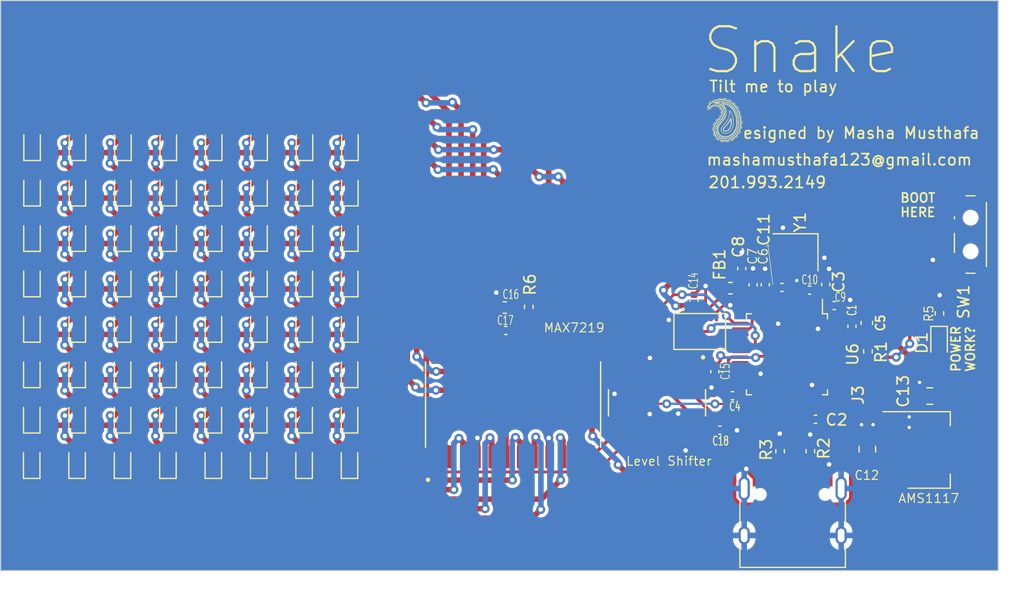
<source format=kicad_pcb>
(kicad_pcb (version 20221018) (generator pcbnew)
  (layers (0 "F.Cu" signal) (31 "B.Cu" power) (34 "B.Paste" user) (35 "F.Paste" user) (36 "B.SilkS" user "B.Silkscreen") (37 "F.SilkS" user "F.Silkscreen") (38 "B.Mask" user) (39 "F.Mask" user) (44 "Edge.Cuts" user))
  (net 0 "")
  (net 1 "+3.3V")
  (net 2 "GND")
  (net 3 "+3.3VA")
  (net 4 "/NRST")
  (net 5 "/HSE_IN")
  (net 6 "/HSE_OUT")
  (net 7 "VBUS")
  (net 8 "/PWR_LED")
  (net 9 "/DIG0")
  (net 10 "/SEGA")
  (net 11 "/SEGB")
  (net 12 "/SEGC")
  (net 13 "/SEGD")
  (net 14 "/SEGDP")
  (net 15 "/SEGE")
  (net 16 "/SEGF")
  (net 17 "/SEGG")
  (net 18 "/DIG1")
  (net 19 "/DIG2")
  (net 20 "/DIG3")
  (net 21 "/DIG4")
  (net 22 "/DIG5")
  (net 23 "/DIG7")
  (net 24 "Net-(J3-CC1)")
  (net 25 "/USB_D+")
  (net 26 "/USB_D-")
  (net 28 "Net-(J3-CC2)")
  (net 30 "/SW_BOOT0")
  (net 31 "/BOOT0")
  (net 32 "Net-(U4-ISET)")
  (net 39 "/SPI1_!CS_ACC")
  (net 40 "/SPI1_!CS_GYR")
  (net 41 "/SPI1_SCK")
  (net 42 "/SPI1_MISO")
  (net 43 "/SPI1_MOSI")
  (net 44 "/INT_ACC")
  (net 45 "/INT_GYR")
  (net 50 "/SPI2_SCK")
  (net 51 "/SPI2_!CS")
  (net 52 "/SPI2_MOSI")
  (net 68 "/SPI2_MOSI5")
  (net 69 "/SPI2_!CS5")
  (net 70 "/SPI2_SCK5")
  (net 73 "/DIG6")
  (footprint "LED_SMD:LED_0603_1608Metric" (layer "F.Cu") (at 179.845 89.7875 90)
    (fp_text reference "D18" hide)
    (fp_text value "LED")
  )
  (footprint "LED_SMD:LED_0603_1608Metric" (layer "F.Cu") (at 208.165 85.7375 90)
    (fp_text reference "D17" hide)
    (fp_text value "LED")
  )
  (footprint "Capacitor_SMD:C_0402_1005Metric" (layer "F.Cu") (at 250.575 94.2234 90)
    (fp_text reference "C3")
    (fp_text value "100n")
  )
  (footprint "SN74AHCT125DR (1):SOIC127P600X175-14N" (layer "F.Cu") (at 235.535 104.7634 -90)
    (fp_text reference "Level Shifter")
    (fp_text value "SN74AHCT125DR")
  )
  (footprint "LED_SMD:LED_0603_1608Metric" (layer "F.Cu") (at 191.98 89.7875 90)
    (fp_text reference "D21" hide)
    (fp_text value "LED")
  )
  (footprint "LED_SMD:LED_0603_1608Metric" (layer "F.Cu") (at 204.115 89.7825 90)
    (fp_text reference "D24" hide)
    (fp_text value "LED")
  )
  (footprint "LED_SMD:LED_0603_1608Metric" (layer "F.Cu") (at 208.14 105.9675 90)
    (fp_text reference "D57" hide)
    (fp_text value "LED")
  )
  (footprint "Capacitor_SMD:C_0402_1005Metric" (layer "F.Cu") (at 238.8316 95.6164 90)
    (fp_text reference "C14")
    (fp_text value "100n")
  )
  (footprint "LED_SMD:LED_0603_1608Metric" (layer "F.Cu") (at 208.155 93.8325 90)
    (fp_text reference "D33" hide)
    (fp_text value "LED")
  )
  (footprint "LED_SMD:LED_0603_1608Metric" (layer "F.Cu") (at 187.925 97.8775 90)
    (fp_text reference "D36" hide)
    (fp_text value "LED")
  )
  (footprint "LED_SMD:LED_0603_1608Metric" (layer "F.Cu") (at 179.825 105.9725 90)
    (fp_text reference "D50" hide)
    (fp_text value "LED")
  )
  (footprint "Resistor_SMD:R_0402_1005Metric" (layer "F.Cu") (at 246.5024 109.0784 90)
    (fp_text reference "R3")
    (fp_text value "5k1")
  )
  (footprint "LED_SMD:LED_0603_1608Metric" (layer "F.Cu") (at 200.07 89.7825 90)
    (fp_text reference "D23" hide)
    (fp_text value "LED")
  )
  (footprint "LED_SMD:LED_0603_1608Metric" (layer "F.Cu") (at 183.9 81.6925 90)
    (fp_text reference "D3" hide)
    (fp_text value "LED")
  )
  (footprint "Capacitor_SMD:C_0805_2012Metric" (layer "F.Cu") (at 254.275 108.8934 90)
    (fp_text reference "C12")
    (fp_text value "22u")
  )
  (footprint "LED_SMD:LED_0603_1608Metric" (layer "F.Cu") (at 196.035 81.6925 90)
    (fp_text reference "D6" hide)
    (fp_text value "LED")
  )
  (footprint "LED_SMD:LED_0603_1608Metric" (layer "F.Cu") (at 208.15 97.8775 90)
    (fp_text reference "D41" hide)
    (fp_text value "LED")
  )
  (footprint "Capacitor_SMD:C_0402_1005Metric" (layer "F.Cu") (at 246.665 94.4834)
    (fp_text reference "C11")
    (fp_text value "10p")
  )
  (footprint "Resistor_SMD:R_0402_1005Metric" (layer "F.Cu") (at 249.1948 109.0784 90)
    (fp_text reference "R2")
    (fp_text value "5k1")
  )
  (footprint "MAX7219CWG_T:SOIC127P1032X265-24N" (layer "F.Cu") (at 222.7096 104.9204 90)
    (fp_text reference "MAX7219")
    (fp_text value "MAX7219CWGT")
  )
  (footprint "LED_SMD:LED_0603_1608Metric" (layer "F.Cu") (at 179.835 97.8775 90)
    (fp_text reference "D34" hide)
    (fp_text value "LED")
  )
  (footprint "LED_SMD:LED_0603_1608Metric" (layer "F.Cu") (at 200.05 105.9725 90)
    (fp_text reference "D55" hide)
    (fp_text value "LED")
  )
  (footprint "Package_TO_SOT_SMD:SOT-223-3_TabPin2" (layer "F.Cu") (at 259.755 108.9634)
    (fp_text reference "AMS1117")
    (fp_text value "AMS1117-3.3")
  )
  (footprint "LED_SMD:LED_0603_1608Metric" (layer "F.Cu") (at 204.095 105.9675 90)
    (fp_text reference "D56" hide)
    (fp_text value "LED")
  )
  (footprint "LED_SMD:LED_0603_1608Metric" (layer "F.Cu") (at 208.17 81.6925 90)
    (fp_text reference "D9" hide)
    (fp_text value "LED")
  )
  (footprint "LED_SMD:LED_0603_1608Metric" (layer "F.Cu") (at 196.02 93.8325 90)
    (fp_text reference "D30" hide)
    (fp_text value "LED")
  )
  (footprint "LED_SMD:LED_0603_1608Metric" (layer "F.Cu") (at 187.915 105.9725 90)
    (fp_text reference "D52" hide)
    (fp_text value "LED")
  )
  (footprint "LED_SMD:LED_0603_1608Metric" (layer "F.Cu") (at 187.93 93.8325 90)
    (fp_text reference "D28" hide)
    (fp_text value "LED")
  )
  (footprint "LED_SMD:LED_0603_1608Metric" (layer "F.Cu") (at 183.88 97.8775 90)
    (fp_text reference "D35" hide)
    (fp_text value "LED")
  )
  (footprint "LED_SMD:LED_0603_1608Metric" (layer "F.Cu") (at 191.99 81.6925 90)
    (fp_text reference "D5" hide)
    (fp_text value "LED")
  )
  (footprint "LED_SMD:LED_0603_1608Metric" (layer "F.Cu") (at 200.045 110.0175 90)
    (fp_text reference "D63" hide)
    (fp_text value "LED")
  )
  (footprint "Capacitor_SMD:C_0402_1005Metric" (layer "F.Cu") (at 244.095 94.2534 90)
    (fp_text reference "C7")
    (fp_text value "1u")
  )
  (footprint "LED_SMD:LED_0603_1608Metric" (layer "F.Cu") (at 196 110.0175 90)
    (fp_text reference "D62" hide)
    (fp_text value "LED")
  )
  (footprint "Capacitor_SMD:C_0603_1608Metric" (layer "F.Cu") (at 221.9696 96.2804 180)
    (fp_text reference "C16")
    (fp_text value "10u")
  )
  (footprint "LED_SMD:LED_0603_1608Metric" (layer "F.Cu") (at 200.065 93.8325 90)
    (fp_text reference "D31" hide)
    (fp_text value "LED")
  )
  (footprint "LED_SMD:LED_0603_1608Metric" (layer "F.Cu") (at 204.125 81.6925 90)
    (fp_text reference "D8" hide)
    (fp_text value "LED")
  )
  (footprint "Capacitor_SMD:C_0402_1005Metric" (layer "F.Cu") (at 240.685 101.9934 -90)
    (fp_text reference "C15")
    (fp_text value "100n")
  )
  (footprint "LED_SMD:LED_0603_1608Metric" (layer "F.Cu") (at 208.135 110.0175 90)
    (fp_text reference "D65" hide)
    (fp_text value "LED")
  )
  (footprint "Capacitor_SMD:C_0402_1005Metric" (layer "F.Cu") (at 251.3284 96.099)
    (fp_text reference "C9")
    (fp_text value "100n")
  )
  (footprint "LED_SMD:LED_0603_1608Metric" (layer "F.Cu") (at 187.92 101.9275 90)
    (fp_text reference "D44" hide)
    (fp_text value "LED")
  )
  (footprint "Capacitor_SMD:C_0402_1005Metric" (layer "F.Cu") (at 243.085 92.8034 90)
    (fp_text reference "C8")
    (fp_text value "1u")
  )
  (footprint "LED_SMD:LED_0603_1608Metric" (layer "F.Cu") (at 191.955 110.0175 90)
    (fp_text reference "D61" hide)
    (fp_text value "LED")
  )
  (footprint "LED_SMD:LED_0603_1608Metric" (layer "F.Cu") (at 196.005 105.9725 90)
    (fp_text reference "D54" hide)
    (fp_text value "LED")
  )
  (footprint "LED_SMD:LED_0603_1608Metric" (layer "F.Cu") (at 187.91 110.0175 90)
    (fp_text reference "D60" hide)
    (fp_text value "LED")
  )
  (footprint "Inductor_SMD:L_0603_1608Metric" (layer "F.Cu") (at 242.075 94.5534 180)
    (fp_text reference "FB1")
    (fp_text value "120R")
  )
  (footprint "LED_SMD:LED_0603_1608Metric" (layer "F.Cu") (at 183.89 89.7875 90)
    (fp_text reference "D19" hide)
    (fp_text value "LED")
  )
  (footprint "LED_SMD:LED_0603_1608Metric" (layer "F.Cu") (at 204.11 93.8325 90)
    (fp_text reference "D32" hide)
    (fp_text value "LED")
  )
  (footprint "Crystal:Crystal_SMD_3225-4Pin_3.2x2.5mm" (layer "F.Cu") (at 247.875 91.3534 180)
    (fp_text reference "Y1")
    (fp_text value "16MHz")
  )
  (footprint "LED_SMD:LED_0603_1608Metric" (layer "F.Cu") (at 204.105 97.8775 90)
    (fp_text reference "D40" hide)
    (fp_text value "LED")
  )
  (footprint "Resistor_SMD:R_0402_1005Metric" (layer "F.Cu") (at 260.695 96.7934 90)
    (fp_text reference "R5")
    (fp_text value "1k3")
  )
  (footprint "LED_SMD:LED_0603_1608Metric" (layer "F.Cu") (at 179.85 85.7425 90)
    (fp_text reference "D10" hide)
    (fp_text value "LED")
  )
  (footprint "Connector_USB:USB_C_Receptacle_HRO_TYPE-C-31-M-12" (layer "F.Cu") (at 247.62 115.53)
    (fp_text reference "J3")
    (fp_text value "USB_C_Receptacle_USB2.0")
  )
  (footprint "LED_SMD:LED_0603_1608Metric" (layer "F.Cu") (at 191.96 105.9725 90)
    (fp_text reference "D53" hide)
    (fp_text value "LED")
  )
  (footprint "Capacitor_SMD:C_0402_1005Metric" (layer "F.Cu") (at 241.135 107.2034)
    (fp_text reference "C18")
    (fp_text value "100n")
  )
  (footprint "Capacitor_SMD:C_0402_1005Metric" (layer "F.Cu") (at 252.9032 97.9532 -90)
    (fp_text reference "C1")
    (fp_text value "100n")
  )
  (footprint "LED_SMD:LED_0603_1608Metric" (layer "F.Cu") (at 204.09 110.0175 90)
    (fp_text reference "D64" hide)
    (fp_text value "LED")
  )
  (footprint "Capacitor_SMD:C_0402_1005Metric" (layer "F.Cu") (at 249.652 106.2336 180)
    (fp_text reference "C2")
    (fp_text value "100n")
  )
  (footprint "BMI0882d:BMI088" (layer "F.Cu") (at 239.3396 98.4104)
    (fp_text reference "U3")
    (fp_text value "BMI088")
  )
  (footprint "LED_SMD:LED_0603_1608Metric" (layer "F.Cu") (at 204.1 101.9225 90)
    (fp_text reference "D48" hide)
    (fp_text value "LED")
  )
  (footprint "LED_SMD:LED_0603_1608Metric" (layer "F.Cu") (at 191.975 93.8325 90)
    (fp_text reference "D29" hide)
    (fp_text value "LED")
  )
  (footprint "LED_SMD:LED_0603_1608Metric" (layer "F.Cu") (at 200.075 85.7375 90)
    (fp_text reference "D15" hide)
    (fp_text value "LED")
  )
  (footprint "LED_SMD:LED_0603_1608Metric" (layer "F.Cu") (at 191.965 101.9225 90)
    (fp_text reference "D45" hide)
    (fp_text value "LED")
  )
  (footprint "Resistor_SMD:R_0402_1005Metric" (layer "F.Cu") (at 224.1096 96.2154 -90)
    (fp_text reference "R6")
    (fp_text value "50k")
  )
  (footprint "LOGO" (layer "F.Cu") (at 241.57 79.58)
    (fp_text reference "G***" hide)
    (fp_text value "LOGO" hide)
  )
  (footprint "LED_SMD:LED_0603_1608Metric" (layer "F.Cu") (at 183.875 101.9275 90)
    (fp_text reference "D43" hide)
    (fp_text value "LED")
  )
  (footprint "LED_SMD:LED_0603_1608Metric" (layer "F.Cu") (at 183.865 110.0175 90)
    (fp_text reference "D59" hide)
    (fp_text value "LED")
  )
  (footprint "LED_SMD:LED_0603_1608Metric" (layer "F.Cu") (at 183.87 105.9725 90)
    (fp_text reference "D51" hide)
    (fp_text value "LED")
  )
  (footprint "LED_SMD:LED_0603_1608Metric" (layer "F.Cu") (at 260.665 99.4434 -90)
    (fp_text reference "D1")
    (fp_text value "LED")
  )
  (footprint "LED_SMD:LED_0603_1608Metric" (layer "F.Cu") (at 179.84 93.8325 90)
    (fp_text reference "D26" hide)
    (fp_text value "LED")
  )
  (footprint "LED_SMD:LED_0603_1608Metric" (layer "F.Cu") (at 196.025 89.7875 90)
    (fp_text reference "D22" hide)
    (fp_text value "LED")
  )
  (footprint "LED_SMD:LED_0603_1608Metric" (layer "F.Cu") (at 200.055 101.9225 90)
    (fp_text reference "D47" hide)
    (fp_text value "LED")
  )
  (footprint "LED_SMD:LED_0603_1608Metric" (layer "F.Cu") (at 183.885 93.8325 90)
    (fp_text reference "D27" hide)
    (fp_text value "LED")
  )
  (footprint "Capacitor_SMD:C_0805_2012Metric" (layer "F.Cu") (at 259.845 104.1634 180)
    (fp_text reference "C13")
    (fp_text value "22u")
  )
  (footprint "Resistor_SMD:R_0402_1005Metric" (layer "F.Cu") (at 254.3256 100.1884 90)
    (fp_text reference "R1")
    (fp_text value "10k")
  )
  (footprint "LED_SMD:LED_0603_1608Metric" (layer "F.Cu") (at 208.16 89.7825 90)
    (fp_text reference "D25" hide)
    (fp_text value "LED")
  )
  (footprint "Capacitor_SMD:C_0603_1608Metric" (layer "F.Cu") (at 254.224 97.6484 -90)
    (fp_text reference "C5")
    (fp_text value "10u")
  )
  (footprint "LED_SMD:LED_0603_1608Metric" (layer "F.Cu") (at 179.83 101.9275 90)
    (fp_text reference "D42" hide)
    (fp_text value "LED")
  )
  (footprint "LED_SMD:LED_0603_1608Metric" (layer "F.Cu") (at 196.03 85.7375 90)
    (fp_text reference "D14" hide)
    (fp_text value "LED")
  )
  (footprint "LED_SMD:LED_0603_1608Metric" (layer "F.Cu") (at 200.06 97.8775 90)
    (fp_text reference "D39" hide)
    (fp_text value "LED")
  )
  (footprint "LED_SMD:LED_0603_1608Metric" (layer "F.Cu") (at 208.145 101.9225 90)
    (fp_text reference "D49" hide)
    (fp_text value "LED")
  )
  (footprint "LED_SMD:LED_0603_1608Metric" (layer "F.Cu") (at 196.01 101.9225 90)
    (fp_text reference "D46" hide)
    (fp_text value "LED")
  )
  (footprint "Package_QFP:LQFP-48_7x7mm_P0.5mm" (layer "F.Cu") (at 247.112 100.4424 -90)
    (fp_text reference "U6")
    (fp_text value "STM32F070CBT6")
  )
  (footprint "LED_SMD:LED_0603_1608Metric" (layer "F.Cu") (at 204.12 85.7375 90)
    (fp_text reference "D16" hide)
    (fp_text value "LED")
  )
  (footprint "Button_Switch_SMD:SW_SPDT_PCM12" (layer "F.Cu") (at 263.15 89.77 90)
    (fp_text reference "SW1")
    (fp_text value "SW_SPDT")
  )
  (footprint "LED_SMD:LED_0603_1608Metric" (layer "F.Cu") (at 179.855 81.6925 90)
    (fp_text reference "D2" hide)
    (fp_text value "LED")
  )
  (footprint "LED_SMD:LED_0603_1608Metric" (layer "F.Cu") (at 187.945 81.6925 90)
    (fp_text reference "D4" hide)
    (fp_text value "LED")
  )
  (footprint "LED_SMD:LED_0603_1608Metric" (layer "F.Cu") (at 187.94 85.7375 90)
    (fp_text reference "D12" hide)
    (fp_text value "LED")
  )
  (footprint "Capacitor_SMD:C_0402_1005Metric" (layer "F.Cu") (at 249.125 94.7234)
    (fp_text reference "C10")
    (fp_text value "10p")
  )
  (footprint "LED_SMD:LED_0603_1608Metric" (layer "F.Cu") (at 187.935 89.7875 90)
    (fp_text reference "D20" hide)
    (fp_text value "LED")
  )
  (footprint "Capacitor_SMD:C_0402_1005Metric" (layer "F.Cu") (at 222.0596 98.3204 180)
    (fp_text reference "C17")
    (fp_text value "100n")
  )
  (footprint "LED_SMD:LED_0603_1608Metric" (layer "F.Cu") (at 183.895 85.7425 90)
    (fp_text reference "D11" hide)
    (fp_text value "LED")
  )
  (footprint "LED_SMD:LED_0603_1608Metric" (layer "F.Cu") (at 179.82 110.0175 90)
    (fp_text reference "D58" hide)
    (fp_text value "LED")
  )
  (footprint "LED_SMD:LED_0603_1608Metric" (layer "F.Cu") (at 191.97 97.8775 90)
    (fp_text reference "D37" hide)
    (fp_text value "LED")
  )
  (footprint "LED_SMD:LED_0603_1608Metric" (layer "F.Cu") (at 196.015 97.8775 90)
    (fp_text reference "D38" hide)
    (fp_text value "LED")
  )
  (footprint "LED_SMD:LED_0603_1608Metric" (layer "F.Cu") (at 191.985 85.7375 90)
    (fp_text reference "D13" hide)
    (fp_text value "LED")
  )
  (footprint "Capacitor_SMD:C_0402_1005Metric" (layer "F.Cu") (at 245.1816 94.2448 90)
    (fp_text reference "C6")
    (fp_text value "10n")
  )
  (footprint "LED_SMD:LED_0603_1608Metric" (layer "F.Cu") (at 200.08 81.6925 90)
    (fp_text reference "D7" hide)
    (fp_text value "LED")
  )
  (footprint "Capacitor_SMD:C_0402_1005Metric" (layer "F.Cu") (at 242.255 104.1334 180)
    (fp_text reference "C4")
    (fp_text value "100n")
  )
  (gr_line (start 245.55 90.7684) (end 245.4 90.6784) (stroke (width 0.05)) (layer "F.SilkS"))
  (gr_line (start 245.855 94.2534) (end 245.415 90.6934) (stroke (width 0.05)) (layer "F.SilkS"))
  (gr_line (start 245.3958 90.6872) (end 245.2942 90.8396) (stroke (width 0.05)) (layer "F.SilkS"))
  (gr_line (start 177.045 119.725) (end 265.945 119.725) (stroke (width 0.1)) (layer "Edge.Cuts"))
  (gr_line (start 177.045 119.725) (end 177.045 68.925) (stroke (width 0.1)) (layer "Edge.Cuts"))
  (gr_line (start 265.945 119.725) (end 265.945 68.925) (stroke (width 0.1)) (layer "Edge.Cuts"))
  (gr_line (start 265.945 68.925) (end 177.045 68.925) (stroke (width 0.1)) (layer "Edge.Cuts"))
  (gr_text "BOOT\nHERE" (at 257.13 88.26) (layer "F.SilkS") (effects (font (size 0.8 0.8)) (justify left bottom)))
  (gr_text "mashamusthafa123@gmail.com" (at 239.87 83.69) (layer "F.SilkS") (effects (font (size 1 1)) (justify left bottom)))
  (gr_text "POWER\nWORK?" (at 263.92 102.09 90) (layer "F.SilkS") (effects (font (size 0.8 0.8)) (justify left bottom)))
  (gr_text "esigned by Masha Musthafa" (at 243.11 81.31) (layer "F.SilkS") (effects (font (size 1 1)) (justify left bottom)))
  (gr_text "201.993.2149" (at 240.02 85.71) (layer "F.SilkS") (effects (font (size 1 1)) (justify left bottom)))
  (gr_text "Snake" (at 239.39 75.71) (layer "F.SilkS") (effects (font (size 4 4) (thickness 0.2)) (justify left bottom)))
  (gr_text "Tilt me to play" (at 240.1 77.17) (layer "F.SilkS") (effects (font (size 1 1)) (justify left bottom)))
  (segment (start 252.076 97.6924) (end 252.2952 97.4732) (width 0.3) (layer "F.Cu") (net 1))
  (segment (start 250.132 106.2336) (end 250.132 104.8749) (width 0.3) (layer "F.Cu") (net 1))
  (segment (start 254.675 94.7034) (end 254.675 94.0034) (width 0.5) (layer "F.Cu") (net 1))
  (segment (start 240.49 100.8234) (end 240.49 101.3184) (width 0.25) (layer "F.Cu") (net 1))
  (segment (start 261.32 87.52) (end 256.115 92.725) (width 0.3) (layer "F.Cu") (net 1))
  (segment (start 243.827685 103.1174) (end 245.085 103.1174) (width 0.25) (layer "F.Cu") (net 1))
  (segment (start 251.2745 97.6924) (end 252.076 97.6924) (width 0.3) (layer "F.Cu") (net 1))
  (segment (start 242.625 88.3134) (end 241.195 89.7434) (width 0.5) (layer "F.Cu") (net 1))
  (segment (start 260.795 104.1634) (end 261.4125 103.5459) (width 0.5) (layer "F.Cu") (net 1))
  (segment (start 249.862 96.2799) (end 249.862 95.469365) (width 0.3) (layer "F.Cu") (net 1))
  (segment (start 260.7525 102.1534) (end 260.105 102.1534) (width 0.5) (layer "F.Cu") (net 1))
  (segment (start 250.07 102.873095) (end 249.645305 102.4484) (width 0.25) (layer "F.Cu") (net 1))
  (segment (start 241.195 100.5534) (end 241.195 101.0034) (width 0.25) (layer "F.Cu") (net 1))
  (segment (start 254.675 94.0034) (end 248.985 88.3134) (width 0.5) (layer "F.Cu") (net 1))
  (segment (start 254.2122 102.1534) (end 250.132 106.2336) (width 0.5) (layer "F.Cu") (net 1))
  (segment (start 236.095 94.7334) (end 236.115 94.7334) (width 0.5) (layer "F.Cu") (net 1))
  (segment (start 241.2875 94.5534) (end 242.5575 93.2834) (width 0.5) (layer "F.Cu") (net 1))
  (segment (start 261.4125 103.5459) (end 262.145 103.5459) (width 0.5) (layer "F.Cu") (net 1))
  (segment (start 254.675 94.7034) (end 250.575 94.7034) (width 0.5) (layer "F.Cu") (net 1))
  (segment (start 238.8046 96.1234) (end 238.8316 96.0964) (width 0.5) (layer "F.Cu") (net 1))
  (segment (start 250.07 104.3969) (end 250.07 102.873095) (width 0.25) (layer "F.Cu") (net 1))
  (segment (start 245.754 102.4484) (end 245.085 103.1174) (width 0.25) (layer "F.Cu") (net 1))
  (segment (start 249.862 104.6049) (end 250.07 104.3969) (width 0.25) (layer "F.Cu") (net 1))
  (segment (start 247.265 102.4484) (end 247.265 101.5634) (width 0.25) (layer "F.Cu") (net 1))
  (segment (start 250.132 104.8749) (end 249.862 104.6049) (width 0.3) (layer "F.Cu") (net 1))
  (segment (start 243.752685 103.1924) (end 243.827685 103.1174) (width 0.25) (layer "F.Cu") (net 1))
  (segment (start 249.645305 102.4484) (end 247.265 102.4484) (width 0.25) (layer "F.Cu") (net 1))
  (segment (start 242.9495 103.1924) (end 242.9495 103.9189) (width 0.3) (layer "F.Cu") (net 1))
  (segment (start 248.985 88.3134) (end 242.625 88.3134) (width 0.5) (layer "F.Cu") (net 1))
  (segment (start 256.115 92.725) (end 256.115 94.7034) (width 0.3) (layer "F.Cu") (net 1))
  (segment (start 260.7525 102.1534) (end 260.7525 100.3184) (width 0.5) (layer "F.Cu") (net 1))
  (segment (start 256.9795 99.6289) (end 254.224 96.8734) (width 0.5) (layer "F.Cu") (net 1))
  (segment (start 241.195 101.0034) (end 240.685 101.5134) (width 0.25) (layer "F.Cu") (net 1))
  (segment (start 241.195 89.7434) (end 241.085 89.7434) (width 0.5) (layer "F.Cu") (net 1))
  (segment (start 242.9495 103.9189) (end 242.735 104.1334) (width 0.3) (layer "F.Cu") (net 1))
  (segment (start 254.224 96.8734) (end 253.503 96.8734) (width 0.5) (layer "F.Cu") (net 1))
  (segment (start 239.8396 99.5754) (end 239.8396 100.173) (width 0.25) (layer "F.Cu") (net 1))
  (segment (start 262.145 103.5459) (end 260.7525 102.1534) (width 0.5) (layer "F.Cu") (net 1))
  (segment (start 242.5575 93.2834) (end 243.085 93.2834) (width 0.5) (layer "F.Cu") (net 1))
  (segment (start 241.195 89.7434) (end 241.195 94.4609) (width 0.5) (layer "F.Cu") (net 1))
  (segment (start 247.265 101.5634) (end 246.325 100.6234) (width 0.25) (layer "F.Cu") (net 1))
  (segment (start 246.325 100.6234) (end 244.435 100.6234) (width 0.25) (layer "F.Cu") (net 1))
  (segment (start 238.8396 96.1044) (end 238.8316 96.0964) (width 0.25) (layer "F.Cu") (net 1))
  (segment (start 256.9795 95.5679) (end 256.115 94.7034) (width 0.5) (layer "F.Cu") (net 1))
  (segment (start 256.9795 99.6289) (end 256.9795 95.5679) (width 0.5) (layer "F.Cu") (net 1))
  (segment (start 247.265 102.4484) (end 245.754 102.4484) (width 0.25) (layer "F.Cu") (net 1))
  (segment (start 238.8396 97.2454) (end 238.8396 96.1044) (width 0.25) (layer "F.Cu") (net 1))
  (segment (start 241.195 94.4609) (end 241.2875 94.5534) (width 0.5) (layer "F.Cu") (net 1))
  (segment (start 256.115 94.7034) (end 254.675 94.7034) (width 0.5) (layer "F.Cu") (net 1))
  (segment (start 259.504 102.1534) (end 256.9795 99.6289) (width 0.5) (layer "F.Cu") (net 1))
  (segment (start 241.085 89.7434) (end 236.095 94.7334) (width 0.5) (layer "F.Cu") (net 1))
  (segment (start 244.435 100.6234) (end 244.325 100.7334) (width 0.25) (layer "F.Cu") (net 1))
  (segment (start 249.862 95.469365) (end 250.575 94.756365) (width 0.3) (layer "F.Cu") (net 1))
  (segment (start 260.7525 100.3184) (end 260.665 100.2309) (width 0.5) (layer "F.Cu") (net 1))
  (segment (start 237.195 96.1234) (end 238.8046 96.1234) (width 0.5) (layer "F.Cu") (net 1))
  (segment (start 239.8396 100.173) (end 240.49 100.8234) (width 0.25) (layer "F.Cu") (net 1))
  (segment (start 240.49 101.3184) (end 240.685 101.5134) (width 0.25) (layer "F.Cu") (net 1))
  (segment (start 260.105 102.1534) (end 254.2122 102.1534) (width 0.5) (layer "F.Cu") (net 1))
  (segment (start 252.2952 97.4732) (end 252.9032 97.4732) (width 0.3) (layer "F.Cu") (net 1))
  (segment (start 260.105 102.1534) (end 259.504 102.1534) (width 0.5) (layer "F.Cu") (net 1))
  (segment (start 250.575 94.756365) (end 250.575 94.7034) (width 0.3) (layer "F.Cu") (net 1))
  (segment (start 253.503 96.8734) (end 252.9032 97.4732) (width 0.5) (layer "F.Cu") (net 1))
  (segment (start 261.72 87.52) (end 261.32 87.52) (width 0.3) (layer "F.Cu") (net 1))
  (segment (start 242.9495 103.1924) (end 243.752685 103.1924) (width 0.25) (layer "F.Cu") (net 1))
  (via (at 237.195 96.1234) (size 0.8) (drill 0.4) (layers "F.Cu" "B.Cu") (net 1))
  (via (at 236.115 94.7334) (size 0.8) (drill 0.4) (layers "F.Cu" "B.Cu") (net 1))
  (via (at 244.325 100.7334) (size 0.8) (drill 0.4) (layers "F.Cu" "B.Cu") (net 1))
  (via (at 241.195 100.5534) (size 0.8) (drill 0.4) (layers "F.Cu" "B.Cu") (net 1))
  (segment (start 236.115 94.7334) (end 236.115 95.0434) (width 0.5) (layer "B.Cu") (net 1))
  (segment (start 244.325 100.7334) (end 241.375 100.7334) (width 0.25) (layer "B.Cu") (net 1))
  (segment (start 236.115 95.0434) (end 237.195 96.1234) (width 0.5) (layer "B.Cu") (net 1))
  (segment (start 241.375 100.7334) (end 241.195 100.5534) (width 0.25) (layer "B.Cu") (net 1))
  (segment (start 236.805 106.3434) (end 237.425 105.7234) (width 0.5) (layer "F.Cu") (net 2))
  (segment (start 244.095 93.7734) (end 244.095 92.7834) (width 0.5) (layer "F.Cu") (net 2))
  (segment (start 242.105361 102.6924) (end 241.76468 103.033081) (width 0.3) (layer "F.Cu") (net 2))
  (segment (start 252.913 98.4234) (end 252.9032 98.4332) (width 0.5) (layer "F.Cu") (net 2))
  (segment (start 251.8084 96.099) (end 252.2394 96.099) (width 0.5) (layer "F.Cu") (net 2))
  (segment (start 250.532035 93.7434) (end 250.575 93.7434) (width 0.3) (layer "F.Cu") (net 2))
  (segment (start 247.375 94.4834) (end 247.985 93.8734) (width 0.5) (layer "F.Cu") (net 2))
  (segment (start 239.3896 96.5754) (end 239.3396 96.6254) (width 0.25) (layer "F.Cu") (net 2))
  (segment (start 244.271 102.6674) (end 244.765 102.1734) (width 0.25) (layer "F.Cu") (net 2))
  (segment (start 239.865 96.017004) (end 239.3896 96.492404) (width 0.25) (layer "F.Cu") (net 2))
  (segment (start 219.5346 109.5754) (end 219.5346 107.8954) (width 0.5) (layer "F.Cu") (net 2))
  (segment (start 239.865 94.3534) (end 239.6146 94.3534) (width 0.25) (layer "F.Cu") (net 2))
  (segment (start 238.2646 97.8654) (end 237.067 97.8654) (width 0.25) (layer "F.Cu") (net 2))
  (segment (start 240.385 103.4034) (end 240.385 103.3284) (width 0.3) (layer "F.Cu") (net 2))
  (segment (start 246.775 89.1834) (end 246.755 89.1634) (width 0.5) (layer "F.Cu") (net 2))
  (segment (start 240.685 102.4734) (end 240.685 103.1034) (width 0.3) (layer "F.Cu") (net 2))
  (segment (start 239.345 102.2884) (end 239.345 102.3634) (width 0.25) (layer "F.Cu") (net 2))
  (segment (start 242.9745 102.6674) (end 244.271 102.6674) (width 0.25) (layer "F.Cu") (net 2))
  (segment (start 261.72 92.02) (end 260.12 92.02) (width 0.3) (layer "F.Cu") (net 2))
  (segment (start 249.362 106.0436) (end 249.362 104.6049) (width 0.3) (layer "F.Cu") (net 2))
  (segment (start 250.87 110.2584) (end 250.865 110.2534) (width 0.5) (layer "F.Cu") (net 2))
  (segment (start 234.265 106.3834) (end 234.885 105.7634) (width 0.5) (layer "F.Cu") (net 2))
  (segment (start 249.1948 107.6032) (end 249.185 107.5934) (width 0.3) (layer "F.Cu") (net 2))
  (segment (start 240.385 103.3284) (end 239.345 102.2884) (width 0.3) (layer "F.Cu") (net 2))
  (segment (start 241.615 107.2034) (end 242.645 107.2034) (width 0.5) (layer "F.Cu") (net 2))
  (segment (start 242.065 96.0634) (end 241.4766 96.0634) (width 0.25) (layer "F.Cu") (net 2))
  (segment (start 237.067 97.8654) (end 236.585 97.3834) (width 0.25) (layer "F.Cu") (net 2))
  (segment (start 251.2745 98.1924) (end 252.174 98.1924) (width 0.3) (layer "F.Cu") (net 2))
  (segment (start 249.875 98.1734) (end 249.894 98.1924) (width 0.3) (layer "F.Cu") (net 2))
  (segment (start 252.174 98.1924) (end 252.4148 98.4332) (width 0.3) (layer "F.Cu") (net 2))
  (segment (start 231.725 103.9434) (end 231.745 103.9634) (width 0.5) (layer "F.Cu") (net 2))
  (segment (start 241.76468 103.033081) (end 241.775 103.043401) (width 0.3) (layer "F.Cu") (net 2))
  (segment (start 252.2394 96.099) (end 252.745 95.5934) (width 0.5) (layer "F.Cu") (net 2))
  (segment (start 260.695 95.1934) (end 260.715 95.1734) (width 0.5) (layer "F.Cu") (net 2))
  (segment (start 235.535 101.4058) (end 234.8996 100.7704) (width 0.3) (layer "F.Cu") (net 2))
  (segment (start 235.535 102.2884) (end 235.535 101.4058) (width 0.3) (layer "F.Cu") (net 2))
  (segment (start 248.975 92.2034) (end 250.085 92.2034) (width 0.5) (layer "F.Cu") (net 2))
  (segment (start 252.4148 98.4332) (end 252.9032 98.4332) (width 0.3) (layer "F.Cu") (net 2))
  (segment (start 260.12 92.02) (end 260.11 92.03) (width 0.3) (layer "F.Cu") (net 2))
  (segment (start 245.1816 92.84) (end 245.165 92.8234) (width 0.5) (layer "F.Cu") (net 2))
  (segment (start 250.865 93.4534) (end 250.575 93.7434) (width 0.3) (layer "F.Cu") (net 2))
  (segment (start 221.1946 96.2804) (end 221.1946 95.4504) (width 0.5) (layer "F.Cu") (net 2))
  (segment (start 231.725 102.2884) (end 231.725 103.9434) (width 0.5) (layer "F.Cu") (net 2))
  (segment (start 246.325 97.7134) (end 246.362 97.6764) (width 0.3) (layer "F.Cu") (net 2))
  (segment (start 250.085 92.2034) (end 250.445 91.8434) (width 0.5) (layer "F.Cu") (net 2))
  (segment (start 234.265 107.2384) (end 234.265 106.3834) (width 0.5) (layer "F.Cu") (net 2))
  (segment (start 221.5796 96.6654) (end 221.1946 96.2804) (width 0.5) (layer "F.Cu") (net 2))
  (segment (start 236.805 107.2384) (end 236.805 106.3434) (width 0.5) (layer "F.Cu") (net 2))
  (segment (start 221.1946 94.9554) (end 221.21 94.94) (width 0.5) (layer "F.Cu") (net 2))
  (segment (start 241.775 103.043401) (end 241.775 104.1334) (width 0.3) (layer "F.Cu") (net 2))
  (segment (start 243.085 92.3234) (end 243.085 91.365) (width 0.5) (layer "F.Cu") (net 2))
  (segment (start 240.3396 97.2454) (end 240.3396 97.2004) (width 0.25) (layer "F.Cu") (net 2))
  (segment (start 238.3396 97.7904) (end 238.2646 97.8654) (width 0.25) (layer "F.Cu") (net 2))
  (segment (start 240.3396 97.2004) (end 240.8396 96.7004) (width 0.25) (layer "F.Cu") (net 2))
  (segment (start 221.5796 98.3204) (end 221.5796 96.6654) (width 0.5) (layer "F.Cu") (net 2))
  (segment (start 245.1816 93.7648) (end 245.1816 92.84) (width 0.5) (layer "F.Cu") (net 2))
  (segment (start 239.865 94.3534) (end 239.865 96.017004) (width 0.25) (layer "F.Cu") (net 2))
  (segment (start 249.1948 108.5684) (end 249.1948 107.6032) (width 0.3) (layer "F.Cu") (net 2))
  (segment (start 246.5024 107.5508) (end 246.465 107.5134) (width 0.3) (layer "F.Cu") (net 2))
  (segment (start 242.9495 102.6924) (end 242.9745 102.6674) (width 0.25) (layer "F.Cu") (net 2))
  (segment (start 239.6146 94.3534) (end 238.8316 95.1364) (width 0.25) (layer "F.Cu") (net 2))
  (segment (start 244.37 111.485) (end 244.3266 111.485) (width 0.5) (layer "F.Cu") (net 2))
  (segment (start 242.645 107.2034) (end 242.655 107.2134) (width 0.5) (layer "F.Cu") (net 2))
  (segment (start 250.87 111.485) (end 250.87 110.2584) (width 0.5) (layer "F.Cu") (net 2))
  (segment (start 221.1946 95.4504) (end 221.1946 94.9554) (width 0.5) (layer "F.Cu") (net 2))
  (segment (start 249.605 94.7234) (end 249.605 94.670435) (width 0.3) (layer "F.Cu") (net 2))
  (segment (start 239.3896 96.492404) (end 239.3896 96.5754) (width 0.25) (layer "F.Cu") (net 2))
  (segment (start 249.172 106.2336) (end 249.362 106.0436) (width 0.3) (layer "F.Cu") (net 2))
  (segment (start 246.775 90.5034) (end 246.775 89.1834) (width 0.5) (layer "F.Cu") (net 2))
  (segment (start 240.8396 96.7004) (end 240.8396 97.2454) (width 0.25) (layer "F.Cu") (net 2))
  (segment (start 238.075 107.2384) (end 238.075 109.005) (width 0.5) (layer "F.Cu") (net 2))
  (segment (start 219.5346 107.8954) (end 219.5296 107.8904) (width 0.5) (layer "F.Cu") (net 2))
  (segment (start 242.9495 102.6924) (end 242.105361 102.6924) (width 0.3) (layer "F.Cu") (net 2))
  (segment (start 249.605 94.670435) (end 250.532035 93.7434) (width 0.3) (layer "F.Cu") (net 2))
  (segment (start 243.085 91.365) (end 243.08 91.36) (width 0.5) (layer "F.Cu") (net 2))
  (segment (start 254.224 98.4234) (end 252.913 98.4234) (width 0.5) (layer "F.Cu") (net 2))
  (segment (start 241.4766 96.0634) (end 240.8396 96.7004) (width 0.25) (layer "F.Cu") (net 2))
  (segment (start 247.145 94.4834) (end 247.375 94.4834) (width 0.5) (layer "F.Cu") (net 2))
  (segment (start 246.5024 108.5684) (end 246.5024 107.5508) (width 0.3) (layer "F.Cu") (net 2))
  (segment (start 225.8846 107.8954) (end 225.8896 107.8904) (width 0.5) (layer "F.Cu") (net 2))
  (segment (start 249.894 98.1924) (end 251.2745 98.1924) (width 0.3) (layer "F.Cu") (net 2))
  (segment (start 249.362 104.6049) (end 249.362 103.1904) (width 0.3) (layer "F.Cu") (net 2))
  (segment (start 246.362 97.6764) (end 246.362 96.2799) (width 0.3) (layer "F.Cu") (net 2))
  (segment (start 238.075 109.005) (end 238.08 109.01) (width 0.5) (layer "F.Cu") (net 2))
  (segment (start 260.695 96.2834) (end 260.695 95.1934) (width 0.5) (layer "F.Cu") (net 2))
  (segment (start 244.095 92.7834) (end 244.095 92.785) (width 0.5) (layer "F.Cu") (net 2))
  (segment (start 238.3396 97.2454) (end 238.3396 97.7904) (width 0.25) (layer "F.Cu") (net 2))
  (segment (start 239.3396 96.6254) (end 239.3396 97.2454) (width 0.25) (layer "F.Cu") (net 2))
  (segment (start 244.095 92.785) (end 244.09 92.79) (width 0.5) (layer "F.Cu") (net 2))
  (segment (start 249.362 103.1904) (end 249.345 103.1734) (width 0.3) (layer "F.Cu") (net 2))
  (segment (start 240.685 103.1034) (end 240.385 103.4034) (width 0.3) (layer "F.Cu") (net 2))
  (segment (start 225.8846 109.5754) (end 225.8846 107.8954) (width 0.5) (layer "F.Cu") (net 2))
  (segment (start 244.3266 111.485) (end 243.485 110.6434) (width 0.5) (layer "F.Cu") (net 2))
  (segment (start 250.865 92.8334) (end 250.865 93.4534) (width 0.3) (layer "F.Cu") (net 2))
  (segment (start 252.895041 98.441359) (end 252.9032 98.4332) (width 0.3) (layer "F.Cu") (net 2))
  (via (at 219.5296 107.8904) (size 0.8) (drill 0.4) (layers "F.Cu" "B.Cu") (net 2))
  (via (at 247.985 93.8734) (size 0.7) (drill 0.3) (layers "F.Cu" "B.Cu") (net 2))
  (via (at 249.875 98.1734) (size 0.8) (drill 0.4) (layers "F.Cu" "B.Cu") (net 2))
  (via (at 221.21 94.94) (size 0.8) (drill 0.4) (layers "F.Cu" "B.Cu") (net 2))
  (via (at 244.765 102.1734) (size 0.8) (drill 0.4) (layers "F.Cu" "B.Cu") (net 2))
  (via (at 258.005 106.9634) (size 0.7) (drill 0.3) (layers "F.Cu" "B.Cu") (net 2))
  (via (at 246.755 89.1634) (size 0.8) (drill 0.4) (layers "F.Cu" "B.Cu") (net 2))
  (via (at 234.885 105.7634) (size 0.8) (drill 0.4) (layers "F.Cu" "B.Cu") (net 2))
  (via (at 238.08 109.01) (size 0.8) (drill 0.4) (layers "F.Cu" "B.Cu") (net 2))
  (via (at 231.745 103.9634) (size 0.8) (drill 0.4) (layers "F.Cu" "B.Cu") (net 2))
  (via (at 254.785 106.7134) (size 0.7) (drill 0.3) (layers "F.Cu" "B.Cu") (net 2))
  (via (at 253.755 106.7134) (size 0.7) (drill 0.3) (layers "F.Cu" "B.Cu") (net 2))
  (via (at 250.865 92.8334) (size 0.8) (drill 0.4) (layers "F.Cu" "B.Cu") (net 2))
  (via (at 258.005 106.0234) (size 0.7) (drill 0.3) (layers "F.Cu" "B.Cu") (net 2))
  (via (at 246.325 97.7134) (size 0.8) (drill 0.4) (layers "F.Cu" "B.Cu") (net 2))
  (via (at 240.385 103.4034) (size 0.8) (drill 0.4) (layers "F.Cu" "B.Cu") (net 2))
  (via (at 242.655 107.2134) (size 0.8) (drill 0.4) (layers "F.Cu" "B.Cu") (net 2))
  (via (at 252.745 95.5934) (size 0.8) (drill 0.4) (layers "F.Cu" "B.Cu") (net 2))
  (via (at 260.715 95.1734) (size 0.8) (drill 0.4) (layers "F.Cu" "B.Cu") (net 2))
  (via (at 234.8996 100.7704) (size 0.8) (drill 0.4) (layers "F.Cu" "B.Cu") (net 2))
  (via (at 237.425 105.7234) (size 0.8) (drill 0.4) (layers "F.Cu" "B.Cu") (net 2))
  (via (at 225.8896 107.8904) (size 0.8) (drill 0.4) (layers "F.Cu" "B.Cu") (net 2))
  (via (at 243.485 110.6434) (size 0.8) (drill 0.4) (layers "F.Cu" "B.Cu") (net 2))
  (via (at 243.08 91.36) (size 0.8) (drill 0.4) (layers "F.Cu" "B.Cu") (net 2))
  (via (at 250.445 91.8434) (size 0.8) (drill 0.4) (layers "F.Cu" "B.Cu") (net 2))
  (via (at 260.11 92.03) (size 0.8) (drill 0.4) (layers "F.Cu" "B.Cu") (net 2))
  (via (at 244.09 92.79) (size 0.8) (drill 0.4) (layers "F.Cu" "B.Cu") (net 2))
  (via (at 239.865 94.3534) (size 0.8) (drill 0.4) (layers "F.Cu" "B.Cu") (net 2))
  (via (at 236.585 97.3834) (size 0.8) (drill 0.4) (layers "F.Cu" "B.Cu") (net 2))
  (via (at 249.185 107.5934) (size 0.8) (drill 0.4) (layers "F.Cu" "B.Cu") (net 2))
  (via (at 250.865 110.2534) (size 0.8) (drill 0.4) (layers "F.Cu" "B.Cu") (net 2))
  (via (at 249.345 103.1734) (size 0.8) (drill 0.4) (layers "F.Cu" "B.Cu") (net 2))
  (via (at 245.165 92.8234) (size 0.8) (drill 0.4) (layers "F.Cu" "B.Cu") (net 2))
  (via (at 246.465 107.5134) (size 0.8) (drill 0.4) (layers "F.Cu" "B.Cu") (net 2))
  (via (at 258.925 102.9534) (size 0.7) (drill 0.3) (layers "F.Cu" "B.Cu") (net 2))
  (via (at 242.065 96.0634) (size 0.8) (drill 0.4) (layers "F.Cu" "B.Cu") (net 2))
  (segment (start 243.0425 94.7334) (end 242.8625 94.5534) (width 0.5) (layer "F.Cu") (net 3))
  (segment (start 244.095 94.7334) (end 243.0425 94.7334) (width 0.5) (layer "F.Cu") (net 3))
  (segment (start 245.173 94.7334) (end 245.1816 94.7248) (width 0.5) (layer "F.Cu") (net 3))
  (segment (start 245.862 95.4052) (end 245.862 96.2799) (width 0.3) (layer "F.Cu") (net 3))
  (segment (start 244.095 94.7334) (end 245.173 94.7334) (width 0.5) (layer "F.Cu") (net 3))
  (segment (start 245.1816 94.7248) (end 245.862 95.4052) (width 0.3) (layer "F.Cu") (net 3))
  (segment (start 250.8484 96.632041) (end 250.8484 96.099) (width 0.3) (layer "F.Cu") (net 4))
  (segment (start 247.110959 97.3674) (end 250.113041 97.3674) (width 0.3) (layer "F.Cu") (net 4))
  (segment (start 246.862 97.118441) (end 247.110959 97.3674) (width 0.3) (layer "F.Cu") (net 4))
  (segment (start 250.113041 97.3674) (end 250.8484 96.632041) (width 0.3) (layer "F.Cu") (net 4))
  (segment (start 246.862 96.2799) (end 246.862 97.118441) (width 0.3) (layer "F.Cu") (net 4))
  (segment (start 248.685 93.5634) (end 248.275 93.1534) (width 0.3) (layer "F.Cu") (net 5))
  (segment (start 247.862 95.441359) (end 248.579959 94.7234) (width 0.3) (layer "F.Cu") (net 5))
  (segment (start 248.579959 94.7234) (end 248.645 94.7234) (width 0.3) (layer "F.Cu") (net 5))
  (segment (start 247.925 93.1534) (end 247.925 91.4034) (width 0.3) (layer "F.Cu") (net 5))
  (segment (start 248.685 94.6834) (end 248.685 93.5634) (width 0.3) (layer "F.Cu") (net 5))
  (segment (start 248.825 90.5034) (end 248.975 90.5034) (width 0.3) (layer "F.Cu") (net 5))
  (segment (start 248.645 94.7234) (end 248.685 94.6834) (width 0.3) (layer "F.Cu") (net 5))
  (segment (start 248.275 93.1534) (end 247.925 93.1534) (width 0.3) (layer "F.Cu") (net 5))
  (segment (start 247.862 96.2799) (end 247.862 95.441359) (width 0.3) (layer "F.Cu") (net 5))
  (segment (start 247.925 91.4034) (end 248.825 90.5034) (width 0.3) (layer "F.Cu") (net 5))
  (segment (start 246.851036 95.1924) (end 247.113041 95.1924) (width 0.3) (layer "F.Cu") (net 6))
  (segment (start 246.185 94.4834) (end 246.185 92.7934) (width 0.3) (layer "F.Cu") (net 6))
  (segment (start 246.185 94.4834) (end 246.185 94.526364) (width 0.3) (layer "F.Cu") (net 6))
  (segment (start 246.185 94.526364) (end 246.851036 95.1924) (width 0.3) (layer "F.Cu") (net 6))
  (segment (start 247.113041 95.1924) (end 247.362 95.441359) (width 0.3) (layer "F.Cu") (net 6))
  (segment (start 247.362 95.441359) (end 247.362 96.2799) (width 0.3) (layer "F.Cu") (net 6))
  (segment (start 246.185 92.7934) (end 246.775 92.2034) (width 0.3) (layer "F.Cu") (net 6))
  (segment (start 250.015 111.43) (end 250.015 109.901318) (width 0.5) (layer "F.Cu") (net 7))
  (segment (start 233.5896 111.7904) (end 232.0796 110.2804) (width 0.5) (layer "F.Cu") (net 7))
  (segment (start 229.7396 107.6704) (end 229.7396 106.2004) (width 0.5) (layer "F.Cu") (net 7))
  (segment (start 229.7996 107.7304) (end 229.7396 107.6704) (width 0.5) (layer "F.Cu") (net 7))
  (segment (start 222.0746 100.908594) (end 222.0746 100.2654) (width 0.5) (layer "F.Cu") (net 7))
  (segment (start 240.62 107.2384) (end 240.655 107.2034) (width 0.5) (layer "F.Cu") (net 7))
  (segment (start 222.7446 96.2804) (end 223.3196 95.7054) (width 0.5) (layer "F.Cu") (net 7))
  (segment (start 250.512918 109.4034) (end 251.245 109.4034) (width 0.5) (layer "F.Cu") (net 7))
  (segment (start 240.655 107.387786) (end 240.655 107.2034) (width 0.5) (layer "F.Cu") (net 7))
  (segment (start 251.695 109.8434) (end 251.69 109.8484) (width 0.5) (layer "F.Cu") (net 7))
  (segment (start 243.132918 109.7934) (end 243.060614 109.7934) (width 0.5) (layer "F.Cu") (net 7))
  (segment (start 222.906406 101.7404) (end 222.0746 100.908594) (width 0.5) (layer "F.Cu") (net 7))
  (segment (start 244.3884 109.7934) (end 245.17 110.575) (width 0.5) (layer "F.Cu") (net 7))
  (segment (start 225.2796 101.7404) (end 222.906406 101.7404) (width 0.5) (layer "F.Cu") (net 7))
  (segment (start 252.333503 113.9) (end 242.906497 113.9) (width 0.5) (layer "F.Cu") (net 7))
  (segment (start 242.35 111.7904) (end 233.5896 111.7904) (width 0.5) (layer "F.Cu") (net 7))
  (segment (start 222.5396 98.3204) (end 222.5396 96.4854) (width 0.5) (layer "F.Cu") (net 7))
  (segment (start 223.3196 95.7054) (end 224.1096 95.7054) (width 0.5) (layer "F.Cu") (net 7))
  (segment (start 242.35 112.2134) (end 242.35 111.7904) (width 0.5) (layer "F.Cu") (net 7))
  (segment (start 242.35 113.343503) (end 242.35 112.2134) (width 0.5) (layer "F.Cu") (net 7))
  (segment (start 250.07 111.485) (end 250.015 111.43) (width 0.5) (layer "F.Cu") (net 7))
  (segment (start 242.35 111.7904) (end 242.35 110.576318) (width 0.5) (layer "F.Cu") (net 7))
  (segment (start 229.7396 106.2004) (end 225.2796 101.7404) (width 0.5) (layer "F.Cu") (net 7))
  (segment (start 222.0746 100.2654) (end 222.5396 99.8004) (width 0.5) (layer "F.Cu") (net 7))
  (segment (start 252.89 113.343503) (end 252.333503 113.9) (width 0.5) (layer "F.Cu") (net 7))
  (segment (start 250.015 109.901318) (end 250.512918 109.4034) (width 0.5) (layer "F.Cu") (net 7))
  (segment (start 242.906497 113.9) (end 242.35 113.343503) (width 0.5) (layer "F.Cu") (net 7))
  (segment (start 245.17 110.575) (end 245.17 111.485) (width 0.5) (layer "F.Cu") (net 7))
  (segment (start 252.89 111.0484) (end 252.89 113.343503) (width 0.5) (layer "F.Cu") (net 7))
  (segment (start 251.69 109.8484) (end 252.89 111.0484) (width 0.5) (layer "F.Cu") (net 7))
  (segment (start 243.060614 109.7934) (end 240.655 107.387786) (width 0.5) (layer "F.Cu") (net 7))
  (segment (start 222.5396 96.4854) (end 222.7446 96.2804) (width 0.5) (layer "F.Cu") (net 7))
  (segment (start 254.275 109.8434) (end 251.695 109.8434) (width 0.5) (layer "F.Cu") (net 7))
  (segment (start 239.345 107.2384) (end 240.62 107.2384) (width 0.5) (layer "F.Cu") (net 7))
  (segment (start 243.132918 109.7934) (end 244.3884 109.7934) (width 0.5) (layer "F.Cu") (net 7))
  (segment (start 242.35 110.576318) (end 243.132918 109.7934) (width 0.5) (layer "F.Cu") (net 7))
  (segment (start 222.5396 99.8004) (end 222.5396 98.3204) (width 0.5) (layer "F.Cu") (net 7))
  (segment (start 251.245 109.4034) (end 251.69 109.8484) (width 0.5) (layer "F.Cu") (net 7))
  (via (at 232.0796 110.2804) (size 0.8) (drill 0.4) (layers "F.Cu" "B.Cu") (net 7))
  (via (at 229.7996 107.7304) (size 0.8) (drill 0.4) (layers "F.Cu" "B.Cu") (net 7))
  (segment (start 232.0796 110.2804) (end 232.0796 110.0104) (width 0.5) (layer "B.Cu") (net 7))
  (segment (start 232.0796 110.0104) (end 229.7996 107.7304) (width 0.5) (layer "B.Cu") (net 7))
  (segment (start 260.695 97.3034) (end 260.695 98.6259) (width 0.5) (layer "F.Cu") (net 8))
  (segment (start 260.695 98.6259) (end 260.665 98.6559) (width 0.5) (layer "F.Cu") (net 8))
  (segment (start 191.99 82.48) (end 187.945 82.48) (width 0.5) (layer "F.Cu") (net 9))
  (segment (start 208.17 82.48) (end 204.125 82.48) (width 0.5) (layer "F.Cu") (net 9))
  (segment (start 216.9946 109.5754) (end 216.9946 108.932206) (width 0.5) (layer "F.Cu") (net 9))
  (segment (start 214.9796 86.9996) (end 210.46 82.48) (width 0.5) (layer "F.Cu") (net 9))
  (segment (start 183.9 82.48) (end 179.855 82.48) (width 0.5) (layer "F.Cu") (net 9))
  (segment (start 200.08 82.48) (end 196.035 82.48) (width 0.5) (layer "F.Cu") (net 9))
  (segment (start 214.9796 106.917206) (end 214.9796 86.9996) (width 0.5) (layer "F.Cu") (net 9))
  (segment (start 187.945 82.48) (end 183.9 82.48) (width 0.5) (layer "F.Cu") (net 9))
  (segment (start 216.9946 108.932206) (end 214.9796 106.917206) (width 0.5) (layer "F.Cu") (net 9))
  (segment (start 204.125 82.48) (end 200.08 82.48) (width 0.5) (layer "F.Cu") (net 9))
  (segment (start 210.46 82.48) (end 208.17 82.48) (width 0.5) (layer "F.Cu") (net 9))
  (segment (start 196.035 82.48) (end 191.99 82.48) (width 0.5) (layer "F.Cu") (net 9))
  (segment (start 178.9 108.31) (end 179.82 109.23) (width 0.5) (layer "F.Cu") (net 10))
  (segment (start 179.855 80.905) (end 178.93 81.83) (width 0.5) (layer "F.Cu") (net 10))
  (segment (start 178.92 92.125) (end 179.84 93.045) (width 0.5) (layer "F.Cu") (net 10))
  (segment (start 178.91 98.015) (end 178.91 100.22) (width 0.5) (layer "F.Cu") (net 10))
  (segment (start 228.44 77.93) (end 223.06 72.55) (width 0.5) (layer "F.Cu") (net 10))
  (segment (start 228.4246 100.2654) (end 228.4246 96.49465) (width 0.5) (layer "F.Cu") (net 10))
  (segment (start 178.925 85.88) (end 178.925 88.08) (width 0.5) (layer "F.Cu") (net 10))
  (segment (start 184.27 72.55) (end 179.86 76.96) (width 0.5) (layer "F.Cu") (net 10))
  (segment (start 223.06 72.55) (end 184.27 72.55) (width 0.5) (layer "F.Cu") (net 10))
  (segment (start 179.86 76.96) (end 179.86 80.9) (width 0.5) (layer "F.Cu") (net 10))
  (segment (start 179.83 101.14) (end 178.905 102.065) (width 0.5) (layer "F.Cu") (net 10))
  (segment (start 178.93 81.83) (end 178.93 84.035) (width 0.5) (layer "F.Cu") (net 10))
  (segment (start 178.905 104.265) (end 179.825 105.185) (width 0.5) (layer "F.Cu") (net 10))
  (segment (start 228.4246 96.49465) (end 228.44 96.47925) (width 0.5) (layer "F.Cu") (net 10))
  (segment (start 179.85 84.955) (end 178.925 85.88) (width 0.5) (layer "F.Cu") (net 10))
  (segment (start 228.44 96.47925) (end 228.44 77.93) (width 0.5) (layer "F.Cu") (net 10))
  (segment (start 179.84 93.045) (end 178.915 93.97) (width 0.5) (layer "F.Cu") (net 10))
  (segment (start 179.86 80.9) (end 179.855 80.905) (width 0.5) (layer "F.Cu") (net 10))
  (segment (start 179.835 97.09) (end 178.91 98.015) (width 0.5) (layer "F.Cu") (net 10))
  (segment (start 178.9 106.11) (end 178.9 108.31) (width 0.5) (layer "F.Cu") (net 10))
  (segment (start 178.91 100.22) (end 179.83 101.14) (width 0.5) (layer "F.Cu") (net 10))
  (segment (start 179.825 105.185) (end 178.9 106.11) (width 0.5) (layer "F.Cu") (net 10))
  (segment (start 178.92 89.925) (end 178.92 92.125) (width 0.5) (layer "F.Cu") (net 10))
  (segment (start 178.925 88.08) (end 179.845 89) (width 0.5) (layer "F.Cu") (net 10))
  (segment (start 178.93 84.035) (end 179.85 84.955) (width 0.5) (layer "F.Cu") (net 10))
  (segment (start 178.915 96.17) (end 179.835 97.09) (width 0.5) (layer "F.Cu") (net 10))
  (segment (start 178.915 93.97) (end 178.915 96.17) (width 0.5) (layer "F.Cu") (net 10))
  (segment (start 178.905 102.065) (end 178.905 104.265) (width 0.5) (layer "F.Cu") (net 10))
  (segment (start 179.845 89) (end 178.92 89.925) (width 0.5) (layer "F.Cu") (net 10))
  (segment (start 183.48 89) (end 182.78 89.7) (width 0.5) (layer "F.Cu") (net 11))
  (segment (start 183.485 93.045) (end 182.78 93.75) (width 0.5) (layer "F.Cu") (net 11))
  (segment (start 183.895 84.955) (end 183.475 84.955) (width 0.5) (layer "F.Cu") (net 11))
  (segment (start 183.88 97.09) (end 183.88 96.68) (width 0.5) (layer "F.Cu") (net 11))
  (segment (start 221.2 73.82) (end 225.8846 78.5046) (width 0.5) (layer "F.Cu") (net 11))
  (segment (start 183.4745 80.905) (end 182.78 81.5995) (width 0.5) (layer "F.Cu") (net 11))
  (segment (start 183.89 89) (end 183.89 88.59) (width 0.5) (layer "F.Cu") (net 11))
  (segment (start 225.8846 78.5046) (end 225.8846 100.2654) (width 0.5) (layer "F.Cu") (net 11))
  (segment (start 183.875 101.14) (end 183.49 101.14) (width 0.5) (layer "F.Cu") (net 11))
  (segment (start 183.895 84.5445) (end 182.77 83.4195) (width 0.5) (layer "F.Cu") (net 11))
  (segment (start 183.885 92.635) (end 182.77 91.52) (width 0.5) (layer "F.Cu") (net 11))
  (segment (start 183.91 77.5) (end 187.59 73.82) (width 0.5) (layer "F.Cu") (net 11))
  (segment (start 183.475 84.955) (end 182.78 85.65) (width 0.5) (layer "F.Cu") (net 11))
  (segment (start 183.495 105.185) (end 182.78 105.9) (width 0.5) (layer "F.Cu") (net 11))
  (segment (start 183.875 100.725) (end 182.77 99.62) (width 0.5) (layer "F.Cu") (net 11))
  (segment (start 183.89 88.59) (end 182.77 87.47) (width 0.5) (layer "F.Cu") (net 11))
  (segment (start 183.9 80.905) (end 183.4745 80.905) (width 0.5) (layer "F.Cu") (net 11))
  (segment (start 183.87 105.185) (end 183.495 105.185) (width 0.5) (layer "F.Cu") (net 11))
  (segment (start 183.88 97.09) (end 183.49 97.09) (width 0.5) (layer "F.Cu") (net 11))
  (segment (start 183.885 93.045) (end 183.885 92.635) (width 0.5) (layer "F.Cu") (net 11))
  (segment (start 183.89 89) (end 183.48 89) (width 0.5) (layer "F.Cu") (net 11))
  (segment (start 183.49 101.14) (end 182.78 101.85) (width 0.5) (layer "F.Cu") (net 11))
  (segment (start 183.895 84.955) (end 183.895 84.5445) (width 0.5) (layer "F.Cu") (net 11))
  (segment (start 183.885 93.045) (end 183.485 93.045) (width 0.5) (layer "F.Cu") (net 11))
  (segment (start 183.865 109.23) (end 183.865 108.815) (width 0.5) (layer "F.Cu") (net 11))
  (segment (start 183.88 96.68) (end 182.77 95.57) (width 0.5) (layer "F.Cu") (net 11))
  (segment (start 183.87 104.77) (end 182.77 103.67) (width 0.5) (layer "F.Cu") (net 11))
  (segment (start 183.91 80.895) (end 183.91 77.5) (width 0.5) (layer "F.Cu") (net 11))
  (segment (start 183.875 101.14) (end 183.875 100.725) (width 0.5) (layer "F.Cu") (net 11))
  (segment (start 183.87 105.185) (end 183.87 104.77) (width 0.5) (layer "F.Cu") (net 11))
  (segment (start 183.865 108.815) (end 182.77 107.72) (width 0.5) (layer "F.Cu") (net 11))
  (segment (start 183.49 97.09) (end 182.78 97.8) (width 0.5) (layer "F.Cu") (net 11))
  (segment (start 187.59 73.82) (end 221.2 73.82) (width 0.5) (layer "F.Cu") (net 11))
  (via (at 182.78 89.7) (size 0.8) (drill 0.4) (layers "F.Cu" "B.Cu") (net 11))
  (via (at 182.78 93.75) (size 0.8) (drill 0.4) (layers "F.Cu" "B.Cu") (net 11))
  (via (at 182.78 85.65) (size 0.8) (drill 0.4) (layers "F.Cu" "B.Cu") (net 11))
  (via (at 182.77 103.67) (size 0.8) (drill 0.4) (layers "F.Cu" "B.Cu") (net 11))
  (via (at 182.77 95.57) (size 0.8) (drill 0.4) (layers "F.Cu" "B.Cu") (net 11))
  (via (at 182.78 81.5995) (size 0.8) (drill 0.4) (layers "F.Cu" "B.Cu") (net 11))
  (via (at 182.77 91.52) (size 0.8) (drill 0.4) (layers "F.Cu" "B.Cu") (net 11))
  (via (at 182.77 87.47) (size 0.8) (drill 0.4) (layers "F.Cu" "B.Cu") (net 11))
  (via (at 182.78 101.85) (size 0.8) (drill 0.4) (layers "F.Cu" "B.Cu") (net 11))
  (via (at 182.77 83.4195) (size 0.8) (drill 0.4) (layers "F.Cu" "B.Cu") (net 11))
  (via (at 182.77 107.72) (size 0.8) (drill 0.4) (layers "F.Cu" "B.Cu") (net 11))
  (via (at 182.77 99.62) (size 0.8) (drill 0.4) (layers "F.Cu" "B.Cu") (net 11))
  (via (at 182.78 97.8) (size 0.8) (drill 0.4) (layers "F.Cu" "B.Cu") (net 11))
  (via (at 182.78 105.9) (size 0.8) (drill 0.4) (layers "F.Cu" "B.Cu") (net 11))
  (segment (start 182.78 97.8005) (end 182.78 99.6105) (width 0.5) (layer "B.Cu") (net 11))
  (segment (start 182.78 95.5605) (end 182.77 95.5705) (width 0.5) (layer "B.Cu") (net 11))
  (segment (start 182.78 83.34) (end 182.77 83.35) (width 0.5) (layer "B.Cu") (net 11))
  (segment (start 182.78 87.46) (end 182.77 87.47) (width 0.5) (layer "B.Cu") (net 11))
  (segment (start 182.78 81.5995) (end 182.78 83.4095) (width 0.5) (layer "B.Cu") (net 11))
  (segment (start 182.78 103.5905) (end 182.77 103.6005) (width 0.5) (layer "B.Cu") (net 11))
  (segment (start 182.78 105.9005) (end 182.78 107.7105) (width 0.5) (layer "B.Cu") (net 11))
  (segment (start 182.78 93.75) (end 182.78 95.56) (width 0.5) (layer "B.Cu") (net 11))
  (segment (start 182.78 101.8505) (end 182.78 103.6605) (width 0.5) (layer "B.Cu") (net 11))
  (segment (start 182.78 97.8) (end 182.78 99.61) (width 0.5) (layer "B.Cu") (net 11))
  (segment (start 182.78 103.6605) (end 182.77 103.6705) (width 0.5) (layer "B.Cu") (net 11))
  (segment (start 182.78 85.65) (end 182.78 87.46) (width 0.5) (layer "B.Cu") (net 11))
  (segment (start 182.78 95.49) (end 182.77 95.5) (width 0.5) (layer "B.Cu") (net 11))
  (segment (start 182.78 87.4605) (end 182.77 87.4705) (width 0.5) (layer "B.Cu") (net 11))
  (segment (start 182.78 87.39) (end 182.77 87.4) (width 0.5) (layer "B.Cu") (net 11))
  (segment (start 182.78 105.9) (end 182.78 107.71) (width 0.5) (layer "B.Cu") (net 11))
  (segment (start 182.78 93.7505) (end 182.78 95.5605) (width 0.5) (layer "B.Cu") (net 11))
  (segment (start 182.78 81.6) (end 182.78 83.41) (width 0.5) (layer "B.Cu") (net 11))
  (segment (start 182.78 83.4095) (end 182.77 83.4195) (width 0.5) (layer "B.Cu") (net 11))
  (segment (start 182.78 89.7005) (end 182.78 91.5105) (width 0.5) (layer "B.Cu") (net 11))
  (segment (start 182.78 83.3395) (end 182.77 83.3495) (width 0.5) (layer "B.Cu") (net 11))
  (segment (start 182.78 103.66) (end 182.77 103.67) (width 0.5) (layer "B.Cu") (net 11))
  (segment (start 182.78 101.85) (end 182.78 103.66) (width 0.5) (layer "B.Cu") (net 11))
  (segment (start 182.78 95.4905) (end 182.77 95.5005) (width 0.5) (layer "B.Cu") (net 11))
  (segment (start 182.78 103.59) (end 182.77 103.6) (width 0.5) (layer "B.Cu") (net 11))
  (segment (start 182.78 83.41) (end 182.77 83.42) (width 0.5) (layer "B.Cu") (net 11))
  (segment (start 182.78 95.56) (end 182.77 95.57) (width 0.5) (layer "B.Cu") (net 11))
  (segment (start 182.78 89.7) (end 182.78 91.51) (width 0.5) (layer "B.Cu") (net 11))
  (segment (start 182.78 85.6505) (end 182.78 87.4605) (width 0.5) (layer "B.Cu") (net 11))
  (segment (start 182.78 87.3905) (end 182.77 87.4005) (width 0.5) (layer "B.Cu") (net 11))
  (segment (start 187.2405 85.6495) (end 187.94 84.95) (width 0.5) (layer "F.Cu") (net 12))
  (segment (start 186.825 93.7505) (end 187.2245 93.7505) (width 0.5) (layer "F.Cu") (net 12))
  (segment (start 187.2245 93.7505) (end 187.93 93.045) (width 0.5) (layer "F.Cu") (net 12))
  (segment (start 187.91 109.23) (end 187.91 108.8155) (width 0.5) (layer "F.Cu") (net 12))
  (segment (start 187.2345 89.7005) (end 187.935 89) (width 0.5) (layer "F.Cu") (net 12))
  (segment (start 187.94 84.5455) (end 186.815 83.4205) (width 0.5) (layer "F.Cu") (net 12))
  (segment (start 220.09 77.96) (end 220.09 98.58) (width 0.5) (layer "F.Cu") (net 12))
  (segment (start 187.92 101.14) (end 187.92 100.7255) (width 0.5) (layer "F.Cu") (net 12))
  (segment (start 187.945 80.905) (end 187.945 78.315) (width 0.5) (layer "F.Cu") (net 12))
  (segment (start 187.945 78.315) (end 191.17 75.09) (width 0.5) (layer "F.Cu") (net 12))
  (segment (start 220.8046 99.2946) (end 220.8046 100.2654) (width 0.5) (layer "F.Cu") (net 12))
  (segment (start 187.2495 81.6005) (end 187.945 80.905) (width 0.5) (layer "F.Cu") (net 12))
  (segment (start 187.915 104.7705) (end 186.815 103.6705) (width 0.5) (layer "F.Cu") (net 12))
  (segment (start 187.2095 101.8505) (end 187.92 101.14) (width 0.5) (layer "F.Cu") (net 12))
  (segment (start 187.92 100.7255) (end 186.815 99.6205) (width 0.5) (layer "F.Cu") (net 12))
  (segment (start 187.935 88.5945) (end 186.81 87.4695) (width 0.5) (layer "F.Cu") (net 12))
  (segment (start 187.94 84.95) (end 187.94 84.5455) (width 0.5) (layer "F.Cu") (net 12))
  (segment (start 186.825 105.9005) (end 187.1995 105.9005) (width 0.5) (layer "F.Cu") (net 12))
  (segment (start 187.915 105.185) (end 187.915 104.7705) (width 0.5) (layer "F.Cu") (net 12))
  (segment (start 187.1995 105.9005) (end 187.915 105.185) (width 0.5) (layer "F.Cu") (net 12))
  (segment (start 187.935 89) (end 187.935 88.5945) (width 0.5) (layer "F.Cu") (net 12))
  (segment (start 187.925 97.09) (end 187.925 96.6805) (width 0.5) (layer "F.Cu") (net 12))
  (segment (start 187.93 92.6355) (end 186.815 91.5205) (width 0.5) (layer "F.Cu") (net 12))
  (segment (start 186.82 85.6495) (end 187.2405 85.6495) (width 0.5) (layer "F.Cu") (net 12))
  (segment (start 187.2145 97.8005) (end 187.925 97.09) (width 0.5) (layer "F.Cu") (net 12))
  (segment (start 217.22 75.09) (end 220.09 77.96) (width 0.5) (layer "F.Cu") (net 12))
  (segment (start 187.93 93.045) (end 187.93 92.6355) (width 0.5) (layer "F.Cu") (net 12))
  (segment (start 220.09 98.58) (end 220.8046 99.2946) (width 0.5) (layer "F.Cu") (net 12))
  (segment (start 186.825 89.7005) (end 187.2345 89.7005) (width 0.5) (layer "F.Cu") (net 12))
  (segment (start 186.825 97.8005) (end 187.2145 97.8005) (width 0.5) (layer "F.Cu") (net 12))
  (segment (start 187.925 96.6805) (end 186.815 95.5705) (width 0.5) (layer "F.Cu") (net 12))
  (segment (start 191.17 75.09) (end 217.22 75.09) (width 0.5) (layer "F.Cu") (net 12))
  (segment (start 186.825 101.8505) (end 187.2095 101.8505) (width 0.5) (layer "F.Cu") (net 12))
  (segment (start 187.91 108.8155) (end 186.815 107.7205) (width 0.5) (layer "F.Cu") (net 12))
  (segment (start 186.825 81.6005) (end 187.2495 81.6005) (width 0.5) (layer "F.Cu") (net 12))
  (via (at 186.825 101.8505) (size 0.8) (drill 0.4) (layers "F.Cu" "B.Cu") (net 12))
  (via (at 186.825 97.8005) (size 0.8) (drill 0.4) (layers "F.Cu" "B.Cu") (net 12))
  (via (at 186.815 91.5205) (size 0.8) (drill 0.4) (layers "F.Cu" "B.Cu") (net 12))
  (via (at 186.815 107.7205) (size 0.8) (drill 0.4) (layers "F.Cu" "B.Cu") (net 12))
  (via (at 186.825 93.7505) (size 0.8) (drill 0.4) (layers "F.Cu" "B.Cu") (net 12))
  (via (at 186.815 99.6205) (size 0.8) (drill 0.4) (layers "F.Cu" "B.Cu") (net 12))
  (via (at 186.82 85.6495) (size 0.8) (drill 0.4) (layers "F.Cu" "B.Cu") (net 12))
  (via (at 186.825 105.9005) (size 0.8) (drill 0.4) (layers "F.Cu" "B.Cu") (net 12))
  (via (at 186.815 83.4205) (size 0.8) (drill 0.4) (layers "F.Cu" "B.Cu") (net 12))
  (via (at 186.815 103.6705) (size 0.8) (drill 0.4) (layers "F.Cu" "B.Cu") (net 12))
  (via (at 186.825 81.6005) (size 0.8) (drill 0.4) (layers "F.Cu" "B.Cu") (net 12))
  (via (at 186.825 89.7005) (size 0.8) (drill 0.4) (layers "F.Cu" "B.Cu") (net 12))
  (via (at 186.815 95.5705) (size 0.8) (drill 0.4) (layers "F.Cu" "B.Cu") (net 12))
  (via (at 186.81 87.4695) (size 0.8) (drill 0.4) (layers "F.Cu" "B.Cu") (net 12))
  (segment (start 186.825 95.561) (end 186.815 95.571) (width 0.5) (layer "B.Cu") (net 12))
  (segment (start 186.82 87.3895) (end 186.81 87.3995) (width 0.5) (layer "B.Cu") (net 12))
  (segment (start 186.82 85.65) (end 186.82 87.46) (width 0.5) (layer "B.Cu") (net 12))
  (segment (start 186.82 87.39) (end 186.81 87.4) (width 0.5) (layer "B.Cu") (net 12))
  (segment (start 186.825 81.6005) (end 186.825 83.4105) (width 0.5) (layer "B.Cu") (net 12))
  (segment (start 186.825 83.3405) (end 186.815 83.3505) (width 0.5) (layer "B.Cu") (net 12))
  (segment (start 186.825 83.341) (end 186.815 83.351) (width 0.5) (layer "B.Cu") (net 12))
  (segment (start 186.825 103.5905) (end 186.815 103.6005) (width 0.5) (layer "B.Cu") (net 12))
  (segment (start 186.825 95.5605) (end 186.815 95.5705) (width 0.5) (layer "B.Cu") (net 12))
  (segment (start 186.825 93.751) (end 186.825 95.561) (width 0.5) (layer "B.Cu") (net 12))
  (segment (start 186.825 105.9005) (end 186.825 107.7105) (width 0.5) (layer "B.Cu") (net 12))
  (segment (start 186.825 93.7505) (end 186.825 95.5605) (width 0.5) (layer "B.Cu") (net 12))
  (segment (start 186.825 101.851) (end 186.825 103.661) (width 0.5) (layer "B.Cu") (net 12))
  (segment (start 186.825 83.411) (end 186.815 83.421) (width 0.5) (layer "B.Cu") (net 12))
  (segment (start 186.825 103.661) (end 186.815 103.671) (width 0.5) (layer "B.Cu") (net 12))
  (segment (start 186.825 89.7005) (end 186.825 91.5105) (width 0.5) (layer "B.Cu") (net 12))
  (segment (start 186.825 81.601) (end 186.825 83.411) (width 0.5) (layer "B.Cu") (net 12))
  (segment (start 186.82 87.46) (end 186.81 87.47) (width 0.5) (layer "B.Cu") (net 12))
  (segment (start 186.825 95.491) (end 186.815 95.501) (width 0.5) (layer "B.Cu") (net 12))
  (segment (start 186.825 83.4105) (end 186.815 83.4205) (width 0.5) (layer "B.Cu") (net 12))
  (segment (start 186.825 89.701) (end 186.825 91.511) (width 0.5) (layer "B.Cu") (net 12))
  (segment (start 186.825 103.6605) (end 186.815 103.6705) (width 0.5) (layer "B.Cu") (net 12))
  (segment (start 186.825 95.4905) (end 186.815 95.5005) (width 0.5) (layer "B.Cu") (net 12))
  (segment (start 186.825 105.901) (end 186.825 107.711) (width 0.5) (layer "B.Cu") (net 12))
  (segment (start 186.825 97.8005) (end 186.825 99.6105) (width 0.5) (layer "B.Cu") (net 12))
  (segment (start 186.82 85.6495) (end 186.82 87.4595) (width 0.5) (layer "B.Cu") (net 12))
  (segment (start 186.825 97.801) (end 186.825 99.611) (width 0.5) (layer "B.Cu") (net 12))
  (segment (start 186.825 103.591) (end 186.815 103.601) (width 0.5) (layer "B.Cu") (net 12))
  (segment (start 186.82 87.4595) (end 186.81 87.4695) (width 0.5) (layer "B.Cu") (net 12))
  (segment (start 186.825 101.8505) (end 186.825 103.6605) (width 0.5) (layer "B.Cu") (net 12))
  (segment (start 194.19 76.34) (end 214.452582 76.34) (width 0.5) (layer "F.Cu") (net 13))
  (segment (start 190.855 95.575) (end 190.855 95.975) (width 0.5) (layer "F.Cu") (net 13))
  (segment (start 191.99 80.905) (end 191.565 80.905) (width 0.5) (layer "F.Cu") (net 13))
  (segment (start 191.975 93.045) (end 191.575 93.045) (width 0.5) (layer "F.Cu") (net 13))
  (segment (start 190.855 83.425) (end 190.855 83.82) (width 0.5) (layer "F.Cu") (net 13))
  (segment (start 190.855 95.975) (end 191.97 97.09) (width 0.5) (layer "F.Cu") (net 13))
  (segment (start 216.992582 78.88) (end 217 78.88) (width 0.5) (layer "F.Cu") (net 13))
  (segment (start 217 79.9692) (end 216.9946 79.9746) (width 0.5) (layer "F.Cu") (net 13))
  (segment (start 190.85 87.474) (end 190.85 87.87) (width 0.5) (layer "F.Cu") (net 13))
  (segment (start 190.855 91.925) (end 191.975 93.045) (width 0.5) (layer "F.Cu") (net 13))
  (segment (start 191.99 78.54) (end 194.19 76.34) (width 0.5) (layer "F.Cu") (net 13))
  (segment (start 191.97 97.09) (end 191.58 97.09) (width 0.5) (layer "F.Cu") (net 13))
  (segment (start 191.96 105.185) (end 191.585 105.185) (width 0.5) (layer "F.Cu") (net 13))
  (segment (start 191.565 80.905) (end 190.865 81.605) (width 0.5) (layer "F.Cu") (net 13))
  (segment (start 191.564 84.95) (end 190.86 85.654) (width 0.5) (layer "F.Cu") (net 13))
  (segment (start 191.965 101.135) (end 191.585 101.135) (width 0.5) (layer "F.Cu") (net 13))
  (segment (start 190.85 87.87) (end 191.98 89) (width 0.5) (layer "F.Cu") (net 13))
  (segment (start 190.855 108.13) (end 191.955 109.23) (width 0.5) (layer "F.Cu") (net 13))
  (segment (start 191.985 84.95) (end 191.564 84.95) (width 0.5) (layer "F.Cu") (net 13))
  (segment (start 190.855 83.82) (end 191.985 84.95) (width 0.5) (layer "F.Cu") (net 13))
  (segment (start 191.57 89) (end 190.865 89.705) (width 0.5) (layer "F.Cu") (net 13))
  (segment (start 190.855 103.675) (end 190.855 104.08) (width 0.5) (layer "F.Cu") (net 13))
  (segment (start 190.855 99.625) (end 190.855 100.025) (width 0.5) (layer "F.Cu") (net 13))
  (segment (start 190.855 104.08) (end 191.96 105.185) (width 0.5) (layer "F.Cu") (net 13))
  (segment (start 190.855 100.025) (end 191.965 101.135) (width 0.5) (layer "F.Cu") (net 13))
  (segment (start 190.855 91.525) (end 190.855 91.925) (width 0.5) (layer "F.Cu") (net 13))
  (segment (start 190.855 107.725) (end 190.855 108.13) (width 0.5) (layer "F.Cu") (net 13))
  (segment (start 217 78.88) (end 217 79.9692) (width 0.5) (layer "F.Cu") (net 13))
  (segment (start 191.575 93.045) (end 190.865 93.755) (width 0.5) (layer "F.Cu") (net 13))
  (segment (start 216.9946 79.9746) (end 216.9946 100.2654) (width 0.5) (layer "F.Cu") (net 13))
  (segment (start 191.585 101.135) (end 190.865 101.855) (width 0.5) (layer "F.Cu") (net 13))
  (segment (start 214.452582 76.34) (end 216.992582 78.88) (width 0.5) (layer "F.Cu") (net 13))
  (segment (start 191.58 97.09) (end 190.865 97.805) (width 0.5) (layer "F.Cu") (net 13))
  (segment (start 191.98 89) (end 191.57 89) (width 0.5) (layer "F.Cu") (net 13))
  (segment (start 191.99 80.905) (end 191.99 78.54) (width 0.5) (layer "F.Cu") (net 13))
  (segment (start 191.585 105.185) (end 190.865 105.905) (width 0.5) (layer "F.Cu") (net 13))
  (via (at 190.855 107.725) (size 0.8) (drill 0.4) (layers "F.Cu" "B.Cu") (net 13))
  (via (at 190.86 85.654) (size 0.8) (drill 0.4) (layers "F.Cu" "B.Cu") (net 13))
  (via (at 190.865 105.905) (size 0.8) (drill 0.4) (layers "F.Cu" "B.Cu") (net 13))
  (via (at 190.865 101.855) (size 0.8) (drill 0.4) (layers "F.Cu" "B.Cu") (net 13))
  (via (at 190.865 97.805) (size 0.8) (drill 0.4) (layers "F.Cu" "B.Cu") (net 13))
  (via (at 190.85 87.474) (size 0.8) (drill 0.4) (layers "F.Cu" "B.Cu") (net 13))
  (via (at 190.865 89.705) (size 0.8) (drill 0.4) (layers "F.Cu" "B.Cu") (net 13))
  (via (at 190.855 83.425) (size 0.8) (drill 0.4) (layers "F.Cu" "B.Cu") (net 13))
  (via (at 190.855 91.525) (size 0.8) (drill 0.4) (layers "F.Cu" "B.Cu") (net 13))
  (via (at 190.865 93.755) (size 0.8) (drill 0.4) (layers "F.Cu" "B.Cu") (net 13))
  (via (at 190.855 103.675) (size 0.8) (drill 0.4) (layers "F.Cu" "B.Cu") (net 13))
  (via (at 190.855 99.625) (size 0.8) (drill 0.4) (layers "F.Cu" "B.Cu") (net 13))
  (via (at 190.855 95.575) (size 0.8) (drill 0.4) (layers "F.Cu" "B.Cu") (net 13))
  (via (at 190.865 81.605) (size 0.8) (drill 0.4) (layers "F.Cu" "B.Cu") (net 13))
  (segment (start 190.865 97.805) (end 190.865 99.615) (width 0.5) (layer "B.Cu") (net 13))
  (segment (start 190.865 89.705) (end 190.865 91.515) (width 0.5) (layer "B.Cu") (net 13))
  (segment (start 190.865 101.8555) (end 190.865 103.6655) (width 0.5) (layer "B.Cu") (net 13))
  (segment (start 190.865 97.8055) (end 190.865 99.6155) (width 0.5) (layer "B.Cu") (net 13))
  (segment (start 190.865 105.905) (end 190.865 107.715) (width 0.5) (layer "B.Cu") (net 13))
  (segment (start 190.865 81.605) (end 190.865 83.415) (width 0.5) (layer "B.Cu") (net 13))
  (segment (start 190.865 95.5655) (end 190.855 95.5755) (width 0.5) (layer "B.Cu") (net 13))
  (segment (start 190.865 101.855) (end 190.865 103.665) (width 0.5) (layer "B.Cu") (net 13))
  (segment (start 190.865 103.665) (end 190.855 103.675) (width 0.5) (layer "B.Cu") (net 13))
  (segment (start 190.865 95.495) (end 190.855 95.505) (width 0.5) (layer "B.Cu") (net 13))
  (segment (start 190.86 85.654) (end 190.86 87.464) (width 0.5) (layer "B.Cu") (net 13))
  (segment (start 190.865 105.9055) (end 190.865 107.7155) (width 0.5) (layer "B.Cu") (net 13))
  (segment (start 190.865 93.755) (end 190.865 95.565) (width 0.5) (layer "B.Cu") (net 13))
  (segment (start 190.865 81.6055) (end 190.865 83.4155) (width 0.5) (layer "B.Cu") (net 13))
  (segment (start 190.865 93.7555) (end 190.865 95.5655) (width 0.5) (layer "B.Cu") (net 13))
  (segment (start 190.86 85.6545) (end 190.86 87.4645) (width 0.5) (layer "B.Cu") (net 13))
  (segment (start 190.865 83.345) (end 190.855 83.355) (width 0.5) (layer "B.Cu") (net 13))
  (segment (start 190.86 87.394) (end 190.85 87.404) (width 0.5) (layer "B.Cu") (net 13))
  (segment (start 190.865 95.4955) (end 190.855 95.5055) (width 0.5) (layer "B.Cu") (net 13))
  (segment (start 190.865 95.565) (end 190.855 95.575) (width 0.5) (layer "B.Cu") (net 13))
  (segment (start 190.86 87.464) (end 190.85 87.474) (width 0.5) (layer "B.Cu") (net 13))
  (segment (start 190.86 87.3945) (end 190.85 87.4045) (width 0.5) (layer "B.Cu") (net 13))
  (segment (start 190.865 83.3455) (end 190.855 83.3555) (width 0.5) (layer "B.Cu") (net 13))
  (segment (start 190.865 103.595) (end 190.855 103.605) (width 0.5) (layer "B.Cu") (net 13))
  (segment (start 190.865 83.4155) (end 190.855 83.4255) (width 0.5) (layer "B.Cu") (net 13))
  (segment (start 190.865 89.7055) (end 190.865 91.5155) (width 0.5) (layer "B.Cu") (net 13))
  (segment (start 190.865 83.415) (end 190.855 83.425) (width 0.5) (layer "B.Cu") (net 13))
  (segment (start 190.86 87.4645) (end 190.85 87.4745) (width 0.5) (layer "B.Cu") (net 13))
  (segment (start 190.865 103.5955) (end 190.855 103.6055) (width 0.5) (layer "B.Cu") (net 13))
  (segment (start 190.865 103.6655) (end 190.855 103.6755) (width 0.5) (layer "B.Cu") (net 13))
  (segment (start 196.005 104.775) (end 194.905 103.675) (width 0.5) (layer "F.Cu") (net 14))
  (segment (start 194.915 93.755) (end 195.31 93.755) (width 0.5) (layer "F.Cu") (net 14))
  (segment (start 194.915 89.705) (end 195.32 89.705) (width 0.5) (layer "F.Cu") (net 14))
  (segment (start 195.29 101.855) (end 196.01 101.135) (width 0.5) (layer "F.Cu") (net 14))
  (segment (start 196.09 80.85) (end 196.09 79.3) (width 0.5) (layer "F.Cu") (net 14))
  (segment (start 196.03 84.95) (end 196.03 84.55) (width 0.5) (layer "F.Cu") (net 14))
  (segment (start 194.915 105.905) (end 195.285 105.905) (width 0.5) (layer "F.Cu") (net 14))
  (segment (start 218.07 78.748624) (end 217.305688 77.984312) (width 0.5) (layer "F.Cu") (net 14))
  (segment (start 194.915 97.805) (end 195.3 97.805) (width 0.5) (layer "F.Cu") (net 14))
  (segment (start 194.91 85.654) (end 195.326 85.654) (width 0.5) (layer "F.Cu") (net 14))
  (segment (start 196 108.82) (end 194.905 107.725) (width 0.5) (layer "F.Cu") (net 14))
  (segment (start 196.11 79.3) (end 197.8 77.61) (width 0.5) (layer "F.Cu") (net 14))
  (segment (start 196.01 101.135) (end 196.01 100.73) (width 0.5) (layer "F.Cu") (net 14))
  (segment (start 195.31 93.755) (end 196.02 93.045) (width 0.5) (layer "F.Cu") (net 14))
  (segment (start 196.03 84.55) (end 194.905 83.425) (width 0.5) (layer "F.Cu") (net 14))
  (segment (start 195.335 81.605) (end 196.035 80.905) (width 0.5) (layer "F.Cu") (net 14))
  (segment (start 196.005 105.185) (end 196.005 104.775) (width 0.5) (layer "F.Cu") (net 14))
  (segment (start 218.2646 100.2654) (end 218.2054 100.2654) (width 0.5) (layer "F.Cu") (net 14))
  (segment (start 196.025 88.599) (end 194.9 87.474) (width 0.5) (layer "F.Cu") (net 14))
  (segment (start 196.02 92.64) (end 194.905 91.525) (width 0.5) (layer "F.Cu") (net 14))
  (segment (start 194.915 81.605) (end 195.335 81.605) (width 0.5) (layer "F.Cu") (net 14))
  (segment (start 195.3 97.805) (end 196.015 97.09) (width 0.5) (layer "F.Cu") (net 14))
  (segment (start 218.07 100.13) (end 218.07 78.748624) (width 0.5) (layer "F.Cu") (net 14))
  (segment (start 197.8 77.61) (end 214.5205 77.61) (width 0.5) (layer "F.Cu") (net 14))
  (segment (start 195.32 89.705) (end 196.025 89) (width 0.5) (layer "F.Cu") (net 14))
  (segment (start 196 109.23) (end 196 108.82) (width 0.5) (layer "F.Cu") (net 14))
  (segment (start 196.015 96.685) (end 194.905 95.575) (width 0.5) (layer "F.Cu") (net 14))
  (segment (start 195.285 105.905) (end 196.005 105.185) (width 0.5) (layer "F.Cu") (net 14))
  (segment (start 218.2054 100.2654) (end 218.07 100.13) (width 0.5) (layer "F.Cu") (net 14))
  (segment (start 196.09 79.3) (end 196.11 79.3) (width 0.5) (layer "F.Cu") (net 14))
  (segment (start 196.02 93.045) (end 196.02 92.64) (width 0.5) (layer "F.Cu") (net 14))
  (segment (start 214.5205 77.61) (end 214.95 78.0395) (width 0.5) (layer "F.Cu") (net 14))
  (segment (start 196.025 89) (end 196.025 88.599) (width 0.5) (layer "F.Cu") (net 14))
  (segment (start 194.915 101.855) (end 195.29 101.855) (width 0.5) (layer "F.Cu") (net 14))
  (segment (start 195.326 85.654) (end 196.03 84.95) (width 0.5) (layer "F.Cu") (net 14))
  (segment (start 196.015 97.09) (end 196.015 96.685) (width 0.5) (layer "F.Cu") (net 14))
  (segment (start 196.01 100.73) (end 194.905 99.625) (width 0.5) (layer "F.Cu") (net 14))
  (via (at 194.915 101.855) (size 0.8) (drill 0.4) (layers "F.Cu" "B.Cu") (net 14))
  (via (at 194.905 99.625) (size 0.8) (drill 0.4) (layers "F.Cu" "B.Cu") (net 14))
  (via (at 194.91 85.654) (size 0.8) (drill 0.4) (layers "F.Cu" "B.Cu") (net 14))
  (via (at 194.915 93.755) (size 0.8) (drill 0.4) (layers "F.Cu" "B.Cu") (net 14))
  (via (at 194.915 89.705) (size 0.8) (drill 0.4) (layers "F.Cu" "B.Cu") (net 14))
  (via (at 194.905 107.725) (size 0.8) (drill 0.4) (layers "F.Cu" "B.Cu") (net 14))
  (via (at 194.905 91.525) (size 0.8) (drill 0.4) (layers "F.Cu" "B.Cu") (net 14))
  (via (at 194.915 105.905) (size 0.8) (drill 0.4) (layers "F.Cu" "B.Cu") (net 14))
  (via (at 194.915 97.805) (size 0.8) (drill 0.4) (layers "F.Cu" "B.Cu") (net 14))
  (via (at 194.905 95.575) (size 0.8) (drill 0.4) (layers "F.Cu" "B.Cu") (net 14))
  (via (at 194.9 87.474) (size 0.8) (drill 0.4) (layers "F.Cu" "B.Cu") (net 14))
  (via (at 194.905 83.425) (size 0.8) (drill 0.4) (layers "F.Cu" "B.Cu") (net 14))
  (via (at 217.305688 77.984312) (size 0.8) (drill 0.4) (layers "F.Cu" "B.Cu") (net 14))
  (via (at 194.915 81.605) (size 0.8) (drill 0.4) (layers "F.Cu" "B.Cu") (net 14))
  (via (at 194.905 103.675) (size 0.8) (drill 0.4) (layers "F.Cu" "B.Cu") (net 14))
  (via (at 214.95 78.0395) (size 0.8) (drill 0.4) (layers "F.Cu" "B.Cu") (net 14))
  (segment (start 194.915 81.605) (end 194.915 83.415) (width 0.5) (layer "B.Cu") (net 14))
  (segment (start 194.915 97.805) (end 194.915 99.615) (width 0.5) (layer "B.Cu") (net 14))
  (segment (start 194.915 105.905) (end 194.915 107.715) (width 0.5) (layer "B.Cu") (net 14))
  (segment (start 194.915 101.855) (end 194.915 103.665) (width 0.5) (layer "B.Cu") (net 14))
  (segment (start 194.915 93.7555) (end 194.915 95.5655) (width 0.5) (layer "B.Cu") (net 14))
  (segment (start 194.915 81.6055) (end 194.915 83.4155) (width 0.5) (layer "B.Cu") (net 14))
  (segment (start 194.915 105.9055) (end 194.915 107.7155) (width 0.5) (layer "B.Cu") (net 14))
  (segment (start 194.915 83.415) (end 194.905 83.425) (width 0.5) (layer "B.Cu") (net 14))
  (segment (start 217.2505 78.0395) (end 217.305688 77.984312) (width 0.5) (layer "B.Cu") (net 14))
  (segment (start 194.915 89.705) (end 194.915 91.515) (width 0.5) (layer "B.Cu") (net 14))
  (segment (start 194.915 83.345) (end 194.905 83.355) (width 0.5) (layer "B.Cu") (net 14))
  (segment (start 194.915 101.8555) (end 194.915 103.6655) (width 0.5) (layer "B.Cu") (net 14))
  (segment (start 194.915 103.6655) (end 194.905 103.6755) (width 0.5) (layer "B.Cu") (net 14))
  (segment (start 194.91 85.6545) (end 194.91 87.4645) (width 0.5) (layer "B.Cu") (net 14))
  (segment (start 194.915 83.4155) (end 194.905 83.4255) (width 0.5) (layer "B.Cu") (net 14))
  (segment (start 194.915 93.755) (end 194.915 95.565) (width 0.5) (layer "B.Cu") (net 14))
  (segment (start 194.915 103.595) (end 194.905 103.605) (width 0.5) (layer "B.Cu") (net 14))
  (segment (start 194.91 87.464) (end 194.9 87.474) (width 0.5) (layer "B.Cu") (net 14))
  (segment (start 194.91 85.654) (end 194.91 87.464) (width 0.5) (layer "B.Cu") (net 14))
  (segment (start 194.915 103.665) (end 194.905 103.675) (width 0.5) (layer "B.Cu") (net 14))
  (segment (start 194.915 83.3455) (end 194.905 83.3555) (width 0.5) (layer "B.Cu") (net 14))
  (segment (start 194.91 87.3945) (end 194.9 87.4045) (width 0.5) (layer "B.Cu") (net 14))
  (segment (start 194.915 89.7055) (end 194.915 91.5155) (width 0.5) (layer "B.Cu") (net 14))
  (segment (start 194.915 97.8055) (end 194.915 99.6155) (width 0.5) (layer "B.Cu") (net 14))
  (segment (start 194.91 87.394) (end 194.9 87.404) (width 0.5) (layer "B.Cu") (net 14))
  (segment (start 194.915 103.5955) (end 194.905 103.6055) (width 0.5) (layer "B.Cu") (net 14))
  (segment (start 214.95 78.0395) (end 217.2505 78.0395) (width 0.5) (layer "B.Cu") (net 14))
  (segment (start 194.915 95.5655) (end 194.905 95.5755) (width 0.5) (layer "B.Cu") (net 14))
  (segment (start 194.915 95.495) (end 194.905 95.505) (width 0.5) (layer "B.Cu") (net 14))
  (segment (start 194.915 95.4955) (end 194.905 95.5055) (width 0.5) (layer "B.Cu") (net 14))
  (segment (start 194.91 87.4645) (end 194.9 87.4745) (width 0.5) (layer "B.Cu") (net 14))
  (segment (start 194.915 95.565) (end 194.905 95.575) (width 0.5) (layer "B.Cu") (net 14))
  (segment (start 198.945 107.725) (end 198.945 108.13) (width 0.5) (layer "F.Cu") (net 15))
  (segment (start 198.94 87.474) (end 198.94 87.865) (width 0.5) (layer "F.Cu") (net 15))
  (segment (start 198.945 108.13) (end 200.045 109.23) (width 0.5) (layer "F.Cu") (net 15))
  (segment (start 215.93 80.21) (end 214.6095 78.8895) (width 0.5) (layer "F.Cu") (net 15))
  (segment (start 198.945 95.975) (end 200.06 97.09) (width 0.5) (layer "F.Cu") (net 15))
  (segment (start 199.654 84.95) (end 198.95 85.654) (width 0.5) (layer "F.Cu") (net 15))
  (segment (start 198.945 83.82) (end 200.075 84.95) (width 0.5) (layer "F.Cu") (net 15))
  (segment (start 200.08 80.905) (end 199.655 80.905) (width 0.5) (layer "F.Cu") (net 15))
  (segment (start 214.6095 78.8895) (end 200.2705 78.8895) (width 0.5) (layer "F.Cu") (net 15))
  (segment (start 199.655 80.905) (end 198.955 81.605) (width 0.5) (layer "F.Cu") (net 15))
  (segment (start 199.665 88.995) (end 198.955 89.705) (width 0.5) (layer "F.Cu") (net 15))
  (segment (start 219.1141 99.8449) (end 219.1141 80.42) (width 0.5) (layer "F.Cu") (net 15))
  (segment (start 198.945 91.925) (end 200.065 93.045) (width 0.5) (layer "F.Cu") (net 15))
  (segment (start 200.065 93.045) (end 199.665 93.045) (width 0.5) (layer "F.Cu") (net 15))
  (segment (start 198.945 91.525) (end 198.945 91.925) (width 0.5) (layer "F.Cu") (net 15))
  (segment (start 200.05 105.185) (end 199.675 105.185) (width 0.5) (layer "F.Cu") (net 15))
  (segment (start 199.675 105.185) (end 198.955 105.905) (width 0.5) (layer "F.Cu") (net 15))
  (segment (start 199.67 97.09) (end 198.955 97.805) (width 0.5) (layer "F.Cu") (net 15))
  (segment (start 198.945 99.625) (end 198.945 100.025) (width 0.5) (layer "F.Cu") (net 15))
  (segment (start 200.06 97.09) (end 199.67 97.09) (width 0.5) (layer "F.Cu") (net 15))
  (segment (start 200.075 84.95) (end 199.654 84.95) (width 0.5) (layer "F.Cu") (net 15))
  (segment (start 200.2705 78.8895) (end 200.08 79.08) (width 0.5) (layer "F.Cu") (net 15))
  (segment (start 199.665 93.045) (end 198.955 93.755) (width 0.5) (layer "F.Cu") (net 15))
  (segment (start 198.945 95.575) (end 198.945 95.975) (width 0.5) (layer "F.Cu") (net 15))
  (segment (start 198.945 104.08) (end 200.05 105.185) (width 0.5) (layer "F.Cu") (net 15))
  (segment (start 200.08 79.08) (end 200.08 80.905) (width 0.5) (layer "F.Cu") (net 15))
  (segment (start 200.055 101.135) (end 199.675 101.135) (width 0.5) (layer "F.Cu") (net 15))
  (segment (start 198.94 87.865) (end 200.07 88.995) (width 0.5) (layer "F.Cu") (net 15))
  (segment (start 198.945 100.025) (end 200.055 101.135) (width 0.5) (layer "F.Cu") (net 15))
  (segment (start 198.945 83.425) (end 198.945 83.82) (width 0.5) (layer "F.Cu") (net 15))
  (segment (start 198.945 103.675) (end 198.945 104.08) (width 0.5) (layer "F.Cu") (net 15))
  (segment (start 199.675 101.135) (end 198.955 101.855) (width 0.5) (layer "F.Cu") (net 15))
  (segment (start 219.5346 100.2654) (end 219.1141 99.8449) (width 0.5) (layer "F.Cu") (net 15))
  (segment (start 200.07 88.995) (end 199.665 88.995) (width 0.5) (layer "F.Cu") (net 15))
  (via (at 215.93 80.21) (size 0.8) (drill 0.4) (layers "F.Cu" "B.Cu") (net 15))
  (via (at 198.955 101.855) (size 0.8) (drill 0.4) (layers "F.Cu" "B.Cu") (net 15))
  (via (at 198.94 87.474) (size 0.8) (drill 0.4) (layers "F.Cu" "B.Cu") (net 15))
  (via (at 198.945 99.625) (size 0.8) (drill 0.4) (layers "F.Cu" "B.Cu") (net 15))
  (via (at 198.945 91.525) (size 0.8) (drill 0.4) (layers "F.Cu" "B.Cu") (net 15))
  (via (at 198.955 81.605) (size 0.8) (drill 0.4) (layers "F.Cu" "B.Cu") (net 15))
  (via (at 198.955 105.905) (size 0.8) (drill 0.4) (layers "F.Cu" "B.Cu") (net 15))
  (via (at 219.1141 80.42) (size 0.8) (drill 0.4) (layers "F.Cu" "B.Cu") (net 15))
  (via (at 198.945 107.725) (size 0.8) (drill 0.4) (layers "F.Cu" "B.Cu") (net 15))
  (via (at 198.955 89.705) (size 0.8) (drill 0.4) (layers "F.Cu" "B.Cu") (net 15))
  (via (at 198.945 103.675) (size 0.8) (drill 0.4) (layers "F.Cu" "B.Cu") (net 15))
  (via (at 198.955 97.805) (size 0.8) (drill 0.4) (layers "F.Cu" "B.Cu") (net 15))
  (via (at 198.945 95.575) (size 0.8) (drill 0.4) (layers "F.Cu" "B.Cu") (net 15))
  (via (at 198.955 93.755) (size 0.8) (drill 0.4) (layers "F.Cu" "B.Cu") (net 15))
  (via (at 198.945 83.425) (size 0.8) (drill 0.4) (layers "F.Cu" "B.Cu") (net 15))
  (via (at 198.95 85.654) (size 0.8) (drill 0.4) (layers "F.Cu" "B.Cu") (net 15))
  (segment (start 198.95 85.654) (end 198.95 87.464) (width 0.5) (layer "B.Cu") (net 15))
  (segment (start 198.955 81.6055) (end 198.955 83.4155) (width 0.5) (layer "B.Cu") (net 15))
  (segment (start 198.95 87.4645) (end 198.94 87.4745) (width 0.5) (layer "B.Cu") (net 15))
  (segment (start 198.955 103.595) (end 198.945 103.605) (width 0.5) (layer "B.Cu") (net 15))
  (segment (start 198.955 103.6655) (end 198.945 103.6755) (width 0.5) (layer "B.Cu") (net 15))
  (segment (start 198.955 89.705) (end 198.955 91.515) (width 0.5) (layer "B.Cu") (net 15))
  (segment (start 198.955 81.605) (end 198.955 83.415) (width 0.5) (layer "B.Cu") (net 15))
  (segment (start 198.955 89.7055) (end 198.955 91.5155) (width 0.5) (layer "B.Cu") (net 15))
  (segment (start 198.955 95.565) (end 198.945 95.575) (width 0.5) (layer "B.Cu") (net 15))
  (segment (start 198.95 87.464) (end 198.94 87.474) (width 0.5) (layer "B.Cu") (net 15))
  (segment (start 219.1141 80.42) (end 216.14 80.42) (width 0.5) (layer "B.Cu") (net 15))
  (segment (start 198.955 83.3455) (end 198.945 83.3555) (width 0.5) (layer "B.Cu") (net 15))
  (segment (start 198.955 97.8055) (end 198.955 99.6155) (width 0.5) (layer "B.Cu") (net 15))
  (segment (start 198.955 105.905) (end 198.955 107.715) (width 0.5) (layer "B.Cu") (net 15))
  (segment (start 198.955 95.5655) (end 198.945 95.5755) (width 0.5) (layer "B.Cu") (net 15))
  (segment (start 198.955 83.415) (end 198.945 83.425) (width 0.5) (layer "B.Cu") (net 15))
  (segment (start 198.955 103.665) (end 198.945 103.675) (width 0.5) (layer "B.Cu") (net 15))
  (segment (start 198.955 97.805) (end 198.955 99.615) (width 0.5) (layer "B.Cu") (net 15))
  (segment (start 198.955 95.495) (end 198.945 95.505) (width 0.5) (layer "B.Cu") (net 15))
  (segment (start 198.955 83.345) (end 198.945 83.355) (width 0.5) (layer "B.Cu") (net 15))
  (segment (start 198.955 105.9055) (end 198.955 107.7155) (width 0.5) (layer "B.Cu") (net 15))
  (segment (start 198.955 83.4155) (end 198.945 83.4255) (width 0.5) (layer "B.Cu") (net 15))
  (segment (start 198.955 101.8555) (end 198.955 103.6655) (width 0.5) (layer "B.Cu") (net 15))
  (segment (start 198.955 95.4955) (end 198.945 95.5055) (width 0.5) (layer "B.Cu") (net 15))
  (segment (start 198.955 93.7555) (end 198.955 95.5655) (width 0.5) (layer "B.Cu") (net 15))
  (segment (start 198.95 87.394) (end 198.94 87.404) (width 0.5) (layer "B.Cu") (net 15))
  (segment (start 216.14 80.42) (end 215.93 80.21) (width 0.5) (layer "B.Cu") (net 15))
  (segment (start 198.95 85.6545) (end 198.95 87.4645) (width 0.5) (layer "B.Cu") (net 15))
  (segment (start 198.955 101.855) (end 198.955 103.665) (width 0.5) (layer "B.Cu") (net 15))
  (segment (start 198.955 93.755) (end 198.955 95.565) (width 0.5) (layer "B.Cu") (net 15))
  (segment (start 198.955 103.5955) (end 198.945 103.6055) (width 0.5) (layer "B.Cu") (net 15))
  (segment (start 198.95 87.3945) (end 198.94 87.4045) (width 0.5) (layer "B.Cu") (net 15))
  (segment (start 202.995 93.755) (end 203.4 93.755) (width 0.5) (layer "F.Cu") (net 16))
  (segment (start 204.105 97.09) (end 204.105 96.695) (width 0.5) (layer "F.Cu") (net 16))
  (segment (start 203.405 89.705) (end 204.115 88.995) (width 0.5) (layer "F.Cu") (net 16))
  (segment (start 202.995 105.905) (end 203.37 105.905) (width 0.5) (layer "F.Cu") (net 16))
  (segment (start 204.1 101.135) (end 204.1 100.74) (width 0.5) (layer "F.Cu") (net 16))
  (segment (start 204.115 88.995) (end 204.115 88.609) (width 0.5) (layer "F.Cu") (net 16))
  (segment (start 203.37 105.905) (end 204.095 105.18) (width 0.5) (layer "F.Cu") (net 16))
  (segment (start 220.98 82.21) (end 222.6251 82.21) (width 0.5) (layer "F.Cu") (net 16))
  (segment (start 202.995 89.705) (end 203.405 89.705) (width 0.5) (layer "F.Cu") (net 16))
  (segment (start 202.995 81.605) (end 203.425 81.605) (width 0.5) (layer "F.Cu") (net 16))
  (segment (start 204.115 88.609) (end 202.98 87.474) (width 0.5) (layer "F.Cu") (net 16))
  (segment (start 204.105 96.695) (end 202.985 95.575) (width 0.5) (layer "F.Cu") (net 16))
  (segment (start 204.095 105.18) (end 204.095 104.785) (width 0.5) (layer "F.Cu") (net 16))
  (segment (start 204.09 109.23) (end 204.09 108.83) (width 0.5) (layer "F.Cu") (net 16))
  (segment (start 204.12 84.56) (end 202.985 83.425) (width 0.5) (layer "F.Cu") (net 16))
  (segment (start 204.11 93.045) (end 204.11 92.65) (width 0.5) (layer "F.Cu") (net 16))
  (segment (start 204.12 84.95) (end 204.12 84.56) (width 0.5) (layer "F.Cu") (net 16))
  (segment (start 205.0125 80.0175) (end 213.8675 80.0175) (width 0.5) (layer "F.Cu") (net 16))
  (segment (start 204.09 108.83) (end 202.985 107.725) (width 0.5) (layer "F.Cu") (net 16))
  (segment (start 216.06 82.2095) (end 216.06 82.21) (width 0.5) (layer "F.Cu") (net 16))
  (segment (start 204.11 92.65) (end 202.985 91.525) (width 0.5) (layer "F.Cu") (net 16))
  (segment (start 204.1 100.74) (end 202.985 99.625) (width 0.5) (layer "F.Cu") (net 16))
  (segment (start 203.425 81.605) (end 204.125 80.905) (width 0.5) (layer "F.Cu") (net 16))
  (segment (start 227.1546 85.0405) (end 227.1546 100.2654) (width 0.5) (layer "F.Cu") (net 16))
  (segment (start 202.99 85.654) (end 203.416 85.654) (width 0.5) (layer "F.Cu") (net 16))
  (segment (start 203.39 97.805) (end 204.105 97.09) (width 0.5) (layer "F.Cu") (net 16))
  (segment (start 203.4 93.755) (end 204.11 93.045) (width 0.5) (layer "F.Cu") (net 16))
  (segment (start 213.8675 80.0175) (end 216.06 82.21) (width 0.5) (layer "F.Cu") (net 16))
  (segment (start 222.6251 82.21) (end 225.0351 84.62) (width 0.5) (layer "F.Cu") (net 16))
  (segment (start 202.995 97.805) (end 203.39 97.805) (width 0.5) (layer "F.Cu") (net 16))
  (segment (start 204.125 80.905) (end 205.0125 80.0175) (width 0.5) (layer "F.Cu") (net 16))
  (segment (start 204.095 104.785) (end 202.985 103.675) (width 0.5) (layer "F.Cu") (net 16))
  (segment (start 202.995 101.855) (end 203.38 101.855) (width 0.5) (layer "F.Cu") (net 16))
  (segment (start 203.38 101.855) (end 204.1 101.135) (width 0.5) (layer "F.Cu") (net 16))
  (segment (start 226.7341 84.62) (end 227.1546 85.0405) (width 0.5) (layer "F.Cu") (net 16))
  (segment (start 203.416 85.654) (end 204.12 84.95) (width 0.5) (layer "F.Cu") (net 16))
  (via (at 202.99 85.654) (size 0.8) (drill 0.4) (layers "F.Cu" "B.Cu") (net 16))
  (via (at 202.995 89.705) (size 0.8) (drill 0.4) (layers "F.Cu" "B.Cu") (net 16))
  (via (at 202.995 101.855) (size 0.8) (drill 0.4) (layers "F.Cu" "B.Cu") (net 16))
  (via (at 202.995 97.805) (size 0.8) (drill 0.4) (layers "F.Cu" "B.Cu") (net 16))
  (via (at 202.985 99.625) (size 0.8) (drill 0.4) (layers "F.Cu" "B.Cu") (net 16))
  (via (at 226.7341 84.62) (size 0.8) (drill 0.4) (layers "F.Cu" "B.Cu") (net 16))
  (via (at 202.985 91.525) (size 0.8) (drill 0.4) (layers "F.Cu" "B.Cu") (net 16))
  (via (at 202.985 83.425) (size 0.8) (drill 0.4) (layers "F.Cu" "B.Cu") (net 16))
  (via (at 216.06 82.21) (size 0.8) (drill 0.4) (layers "F.Cu" "B.Cu") (net 16))
  (via (at 202.985 95.575) (size 0.8) (drill 0.4) (layers "F.Cu" "B.Cu") (net 16))
  (via (at 202.995 93.755) (size 0.8) (drill 0.4) (layers "F.Cu" "B.Cu") (net 16))
  (via (at 202.995 81.605) (size 0.8) (drill 0.4) (layers "F.Cu" "B.Cu") (net 16))
  (via (at 225.0351 84.62) (size 0.8) (drill 0.4) (layers "F.Cu" "B.Cu") (net 16))
  (via (at 202.985 107.725) (size 0.8) (drill 0.4) (layers "F.Cu" "B.Cu") (net 16))
  (via (at 202.995 105.905) (size 0.8) (drill 0.4) (layers "F.Cu" "B.Cu") (net 16))
  (via (at 202.985 103.675) (size 0.8) (drill 0.4) (layers "F.Cu" "B.Cu") (net 16))
  (via (at 202.98 87.474) (size 0.8) (drill 0.4) (layers "F.Cu" "B.Cu") (net 16))
  (via (at 220.98 82.21) (size 0.8) (drill 0.4) (layers "F.Cu" "B.Cu") (net 16))
  (segment (start 202.99 87.464) (end 202.98 87.474) (width 0.5) (layer "B.Cu") (net 16))
  (segment (start 202.99 85.654) (end 202.99 87.464) (width 0.5) (layer "B.Cu") (net 16))
  (segment (start 202.99 87.4645) (end 202.98 87.4745) (width 0.5) (layer "B.Cu") (net 16))
  (segment (start 202.995 103.665) (end 202.985 103.675) (width 0.5) (layer "B.Cu") (net 16))
  (segment (start 202.995 93.755) (end 202.995 95.565) (width 0.5) (layer "B.Cu") (net 16))
  (segment (start 216.06 82.21) (end 220.98 82.21) (width 0.5) (layer "B.Cu") (net 16))
  (segment (start 202.995 89.705) (end 202.995 91.515) (width 0.5) (layer "B.Cu") (net 16))
  (segment (start 202.995 83.4155) (end 202.985 83.4255) (width 0.5) (layer "B.Cu") (net 16))
  (segment (start 202.995 89.7055) (end 202.995 91.5155) (width 0.5) (layer "B.Cu") (net 16))
  (segment (start 202.995 95.565) (end 202.985 95.575) (width 0.5) (layer "B.Cu") (net 16))
  (segment (start 202.995 83.415) (end 202.985 83.425) (width 0.5) (layer "B.Cu") (net 16))
  (segment (start 202.995 81.605) (end 202.995 83.415) (width 0.5) (layer "B.Cu") (net 16))
  (segment (start 202.995 95.5655) (end 202.985 95.5755) (width 0.5) (layer "B.Cu") (net 16))
  (segment (start 202.995 83.3455) (end 202.985 83.3555) (width 0.5) (layer "B.Cu") (net 16))
  (segment (start 202.995 81.6055) (end 202.995 83.4155) (width 0.5) (layer "B.Cu") (net 16))
  (segment (start 202.995 103.5955) (end 202.985 103.6055) (width 0.5) (layer "B.Cu") (net 16))
  (segment (start 202.995 103.595) (end 202.985 103.605) (width 0.5) (layer "B.Cu") (net 16))
  (segment (start 202.995 105.9055) (end 202.995 107.7155) (width 0.5) (layer "B.Cu") (net 16))
  (segment (start 202.99 85.6545) (end 202.99 87.4645) (width 0.5) (layer "B.Cu") (net 16))
  (segment (start 202.995 97.8055) (end 202.995 99.6155) (width 0.5) (layer "B.Cu") (net 16))
  (segment (start 202.995 105.905) (end 202.995 107.715) (width 0.5) (layer "B.Cu") (net 16))
  (segment (start 202.99 87.394) (end 202.98 87.404) (width 0.5) (layer "B.Cu") (net 16))
  (segment (start 202.995 101.8555) (end 202.995 103.6655) (width 0.5) (layer "B.Cu") (net 16))
  (segment (start 202.995 93.7555) (end 202.995 95.5655) (width 0.5) (layer "B.Cu") (net 16))
  (segment (start 202.995 95.495) (end 202.985 95.505) (width 0.5) (layer "B.Cu") (net 16))
  (segment (start 202.995 103.6655) (end 202.985 103.6755) (width 0.5) (layer "B.Cu") (net 16))
  (segment (start 225.0351 84.62) (end 226.7341 84.62) (width 0.5) (layer "B.Cu") (net 16))
  (segment (start 202.99 87.3945) (end 202.98 87.4045) (width 0.5) (layer "B.Cu") (net 16))
  (segment (start 202.995 97.805) (end 202.995 99.615) (width 0.5) (layer "B.Cu") (net 16))
  (segment (start 202.995 101.855) (end 202.995 103.665) (width 0.5) (layer "B.Cu") (net 16))
  (segment (start 202.995 95.4955) (end 202.985 95.5055) (width 0.5) (layer "B.Cu") (net 16))
  (segment (start 202.995 83.345) (end 202.985 83.355) (width 0.5) (layer "B.Cu") (net 16))
  (segment (start 207.745 88.995) (end 207.035 89.705) (width 0.5) (layer "F.Cu") (net 17))
  (segment (start 222.86 85.89) (end 220.95 83.98) (width 0.5) (layer "F.Cu") (net 17))
  (segment (start 207.75 97.09) (end 207.035 97.805) (width 0.5) (layer "F.Cu") (net 17))
  (segment (start 207.734 84.95) (end 207.03 85.654) (width 0.5) (layer "F.Cu") (net 17))
  (segment (start 208.165 84.95) (end 207.734 84.95) (width 0.5) (layer "F.Cu") (net 17))
  (segment (start 207.02 87.474) (end 207.02 87.855) (width 0.5) (layer "F.Cu") (net 17))
  (segment (start 208.17 80.905) (end 207.735 80.905) (width 0.5) (layer "F.Cu") (net 17))
  (segment (start 207.025 91.915) (end 208.155 93.045) (width 0.5) (layer "F.Cu") (net 17))
  (segment (start 216.02 83.98) (end 213.31 81.27) (width 0.5) (layer "F.Cu") (net 17))
  (segment (start 208.15 97.09) (end 207.75 97.09) (width 0.5) (layer "F.Cu") (net 17))
  (segment (start 224.6146 100.2654) (end 224.8796 100.0004) (width 0.5) (layer "F.Cu") (net 17))
  (segment (start 207.025 95.575) (end 207.025 95.965) (width 0.5) (layer "F.Cu") (net 17))
  (segment (start 213.31 81.27) (end 208.535 81.27) (width 0.5) (layer "F.Cu") (net 17))
  (segment (start 207.025 83.81) (end 208.165 84.95) (width 0.5) (layer "F.Cu") (net 17))
  (segment (start 207.025 100.015) (end 208.145 101.135) (width 0.5) (layer "F.Cu") (net 17))
  (segment (start 208.16 88.995) (end 207.745 88.995) (width 0.5) (layer "F.Cu") (net 17))
  (segment (start 207.025 91.525) (end 207.025 91.915) (width 0.5) (layer "F.Cu") (net 17))
  (segment (start 208.14 105.18) (end 207.76 105.18) (width 0.5) (layer "F.Cu") (net 17))
  (segment (start 208.145 101.135) (end 207.755 101.135) (width 0.5) (layer "F.Cu") (net 17))
  (segment (start 208.155 93.045) (end 207.745 93.045) (width 0.5) (layer "F.Cu") (net 17))
  (segment (start 208.535 81.27) (end 208.17 80.905) (width 0.5) (layer "F.Cu") (net 17))
  (segment (start 207.025 107.725) (end 207.025 108.12) (width 0.5) (layer "F.Cu") (net 17))
  (segment (start 224.8796 94.6896) (end 222.86 92.67) (width 0.5) (layer "F.Cu") (net 17))
  (segment (start 207.02 87.855) (end 208.16 88.995) (width 0.5) (layer "F.Cu") (net 17))
  (segment (start 207.76 105.18) (end 207.035 105.905) (width 0.5) (layer "F.Cu") (net 17))
  (segment (start 222.86 92.67) (end 222.86 85.89) (width 0.5) (layer "F.Cu") (net 17))
  (segment (start 207.025 95.965) (end 208.15 97.09) (width 0.5) (layer "F.Cu") (net 17))
  (segment (start 207.745 93.045) (end 207.035 93.755) (width 0.5) (layer "F.Cu") (net 17))
  (segment (start 207.025 108.12) (end 208.135 109.23) (width 0.5) (layer "F.Cu") (net 17))
  (segment (start 207.025 99.625) (end 207.025 100.015) (width 0.5) (layer "F.Cu") (net 17))
  (segment (start 207.025 103.675) (end 207.025 104.065) (width 0.5) (layer "F.Cu") (net 17))
  (segment (start 207.755 101.135) (end 207.035 101.855) (width 0.5) (layer "F.Cu") (net 17))
  (segment (start 224.8796 100.0004) (end 224.8796 94.6896) (width 0.5) (layer "F.Cu") (net 17))
  (segment (start 207.025 104.065) (end 208.14 105.18) (width 0.5) (layer "F.Cu") (net 17))
  (segment (start 207.025 83.425) (end 207.025 83.81) (width 0.5) (layer "F.Cu") (net 17))
  (segment (start 207.735 80.905) (end 207.035 81.605) (width 0.5) (layer "F.Cu") (net 17))
  (via (at 207.03 85.654) (size 0.8) (drill 0.4) (layers "F.Cu" "B.Cu") (net 17))
  (via (at 207.025 95.575) (size 0.8) (drill 0.4) (layers "F.Cu" "B.Cu") (net 17))
  (via (at 207.02 87.474) (size 0.8) (drill 0.4) (layers "F.Cu" "B.Cu") (net 17))
  (via (at 207.025 99.625) (size 0.8) (drill 0.4) (layers "F.Cu" "B.Cu") (net 17))
  (via (at 207.025 91.525) (size 0.8) (drill 0.4) (layers "F.Cu" "B.Cu") (net 17))
  (via (at 216.02 83.98) (size 0.8) (drill 0.4) (layers "F.Cu" "B.Cu") (net 17))
  (via (at 220.95 83.98) (size 0.8) (drill 0.4) (layers "F.Cu" "B.Cu") (net 17))
  (via (at 207.035 105.905) (size 0.8) (drill 0.4) (layers "F.Cu" "B.Cu") (net 17))
  (via (at 207.035 89.705) (size 0.8) (drill 0.4) (layers "F.Cu" "B.Cu") (net 17))
  (via (at 207.035 93.755) (size 0.8) (drill 0.4) (layers "F.Cu" "B.Cu") (net 17))
  (via (at 207.035 81.605) (size 0.8) (drill 0.4) (layers "F.Cu" "B.Cu") (net 17))
  (via (at 207.035 101.855) (size 0.8) (drill 0.4) (layers "F.Cu" "B.Cu") (net 17))
  (via (at 207.035 97.805) (size 0.8) (drill 0.4) (layers "F.Cu" "B.Cu") (net 17))
  (via (at 207.025 107.725) (size 0.8) (drill 0.4) (layers "F.Cu" "B.Cu") (net 17))
  (via (at 207.025 83.425) (size 0.8) (drill 0.4) (layers "F.Cu" "B.Cu") (net 17))
  (via (at 207.025 103.675) (size 0.8) (drill 0.4) (layers "F.Cu" "B.Cu") (net 17))
  (segment (start 207.035 103.595) (end 207.025 103.605) (width 0.5) (layer "B.Cu") (net 17))
  (segment (start 207.035 101.855) (end 207.035 103.665) (width 0.5) (layer "B.Cu") (net 17))
  (segment (start 207.035 95.565) (end 207.025 95.575) (width 0.5) (layer "B.Cu") (net 17))
  (segment (start 207.035 103.5955) (end 207.025 103.6055) (width 0.5) (layer "B.Cu") (net 17))
  (segment (start 207.035 103.6655) (end 207.025 103.6755) (width 0.5) (layer "B.Cu") (net 17))
  (segment (start 207.035 89.7055) (end 207.035 91.5155) (width 0.5) (layer "B.Cu") (net 17))
  (segment (start 207.035 83.4155) (end 207.025 83.4255) (width 0.5) (layer "B.Cu") (net 17))
  (segment (start 207.035 95.4955) (end 207.025 95.5055) (width 0.5) (layer "B.Cu") (net 17))
  (segment (start 207.035 101.8555) (end 207.035 103.6655) (width 0.5) (layer "B.Cu") (net 17))
  (segment (start 207.035 81.6055) (end 207.035 83.4155) (width 0.5) (layer "B.Cu") (net 17))
  (segment (start 207.035 105.905) (end 207.035 107.715) (width 0.5) (layer "B.Cu") (net 17))
  (segment (start 207.035 83.415) (end 207.025 83.425) (width 0.5) (layer "B.Cu") (net 17))
  (segment (start 207.035 95.5655) (end 207.025 95.5755) (width 0.5) (layer "B.Cu") (net 17))
  (segment (start 207.035 93.755) (end 207.035 95.565) (width 0.5) (layer "B.Cu") (net 17))
  (segment (start 207.035 105.9055) (end 207.035 107.7155) (width 0.5) (layer "B.Cu") (net 17))
  (segment (start 207.035 93.7555) (end 207.035 95.5655) (width 0.5) (layer "B.Cu") (net 17))
  (segment (start 207.035 103.665) (end 207.025 103.675) (width 0.5) (layer "B.Cu") (net 17))
  (segment (start 207.035 81.605) (end 207.035 83.415) (width 0.5) (layer "B.Cu") (net 17))
  (segment (start 207.035 89.705) (end 207.035 91.515) (width 0.5) (layer "B.Cu") (net 17))
  (segment (start 207.03 87.4645) (end 207.02 87.4745) (width 0.5) (layer "B.Cu") (net 17))
  (segment (start 207.035 83.345) (end 207.025 83.355) (width 0.5) (layer "B.Cu") (net 17))
  (segment (start 207.03 87.3945) (end 207.02 87.4045) (width 0.5) (layer "B.Cu") (net 17))
  (segment (start 207.03 85.654) (end 207.03 87.464) (width 0.5) (layer "B.Cu") (net 17))
  (segment (start 207.035 97.8055) (end 207.035 99.6155) (width 0.5) (layer "B.Cu") (net 17))
  (segment (start 207.03 87.394) (end 207.02 87.404) (width 0.5) (layer "B.Cu") (net 17))
  (segment (start 207.03 87.464) (end 207.02 87.474) (width 0.5) (layer "B.Cu") (net 17))
  (segment (start 207.035 97.805) (end 207.035 99.615) (width 0.5) (layer "B.Cu") (net 17))
  (segment (start 207.035 83.3455) (end 207.025 83.3555) (width 0.5) (layer "B.Cu") (net 17))
  (segment (start 216.02 83.98) (end 220.95 83.98) (width 0.5) (layer "B.Cu") (net 17))
  (segment (start 207.03 85.6545) (end 207.03 87.4645) (width 0.5) (layer "B.Cu") (net 17))
  (segment (start 207.035 95.495) (end 207.025 95.505) (width 0.5) (layer "B.Cu") (net 17))
  (segment (start 214.1301 100.65) (end 214.1301 88.0901) (width 0.5) (layer "F.Cu") (net 18))
  (segment (start 191.985 86.525) (end 187.94 86.525) (width 0.5) (layer "F.Cu") (net 18))
  (segment (start 217.46 101.96) (end 217.45 101.97) (width 0.5) (layer "F.Cu") (net 18))
  (segment (start 228.4246 109.5754) (end 228.4246 105.87535) (width 0.5) (layer "F.Cu") (net 18))
  (segment (start 225.184625 102.635375) (end 218.135375 102.635375) (width 0.5) (layer "F.Cu") (net 18))
  (segment (start 218.135375 102.635375) (end 217.46 101.96) (width 0.5) (layer "F.Cu") (net 18))
  (segment (start 204.12 86.525) (end 200.075 86.525) (width 0.5) (layer "F.Cu") (net 18))
  (segment (start 212.54 86.5) (end 208.19 86.5) (width 0.5) (layer "F.Cu") (net 18))
  (segment (start 217.45 101.97) (end 215.86 101.97) (width 0.5) (layer "F.Cu") (net 18))
  (segment (start 208.165 86.525) (end 204.12 86.525) (width 0.5) (layer "F.Cu") (net 18))
  (segment (start 183.895 86.53) (end 179.85 86.53) (width 0.5) (layer "F.Cu") (net 18))
  (segment (start 214.1301 88.0901) (end 212.54 86.5) (width 0.5) (layer "F.Cu") (net 18))
  (segment (start 200.075 86.525) (end 196.03 86.525) (width 0.5) (layer "F.Cu") (net 18))
  (segment (start 228.4246 105.87535) (end 225.184625 102.635375) (width 0.5) (layer "F.Cu") (net 18))
  (segment (start 196.03 86.525) (end 191.985 86.525) (width 0.5) (layer "F.Cu") (net 18))
  (segment (start 187.94 86.525) (end 183.9 86.525) (width 0.5) (layer "F.Cu") (net 18))
  (via (at 215.86 101.97) (size 0.8) (drill 0.4) (layers "F.Cu" "B.Cu") (net 18))
  (via (at 214.1301 100.65) (size 0.8) (drill 0.4) (layers "F.Cu" "B.Cu") (net 18))
  (segment (start 215.86 101.97) (end 215.4501 101.97) (width 0.5) (layer "B.Cu") (net 18))
  (segment (start 215.4501 101.97) (end 214.1301 100.65) (width 0.5) (layer "B.Cu") (net 18))
  (segment (start 204.115 90.57) (end 200.07 90.57) (width 0.5) (layer "F.Cu") (net 19))
  (segment (start 222.0746 109.5754) (end 222.0746 103.8346) (width 0.5) (layer "F.Cu") (net 19))
  (segment (start 200.07 90.57) (end 196.03 90.57) (width 0.5) (layer "F.Cu") (net 19))
  (segment (start 208.16 90.57) (end 204.115 90.57) (width 0.5) (layer "F.Cu") (net 19))
  (segment (start 183.89 90.575) (end 179.845 90.575) (width 0.5) (layer "F.Cu") (net 19))
  (segment (start 214.03 103.37) (end 213.2801 102.6201) (width 0.5) (layer "F.Cu") (net 19))
  (segment (start 222.0746 103.8346) (end 221.88 103.64) (width 0.5) (layer "F.Cu") (net 19))
  (segment (start 191.98 90.575) (end 187.935 90.575) (width 0.5) (layer "F.Cu") (net 19))
  (segment (start 196.025 90.575) (end 191.98 90.575) (width 0.5) (layer "F.Cu") (net 19))
  (segment (start 213.2801 102.6201) (end 213.2801 91.6601) (width 0.5) (layer "F.Cu") (net 19))
  (segment (start 213.2801 91.6601) (end 212.22 90.6) (width 0.5) (layer "F.Cu") (net 19))
  (segment (start 187.935 90.575) (end 183.89 90.575) (width 0.5) (layer "F.Cu") (net 19))
  (segment (start 221.88 103.64) (end 215.8291 103.64) (width 0.5) (layer "F.Cu") (net 19))
  (segment (start 212.22 90.6) (end 208.19 90.6) (width 0.5) (layer "F.Cu") (net 19))
  (via (at 214.03 103.37) (size 0.8) (drill 0.4) (layers "F.Cu" "B.Cu") (net 19))
  (via (at 215.8291 103.64) (size 0.8) (drill 0.4) (layers "F.Cu" "B.Cu") (net 19))
  (segment (start 215.8291 103.64) (end 214.3 103.64) (width 0.5) (layer "B.Cu") (net 19))
  (segment (start 214.3 103.64) (end 214.03 103.37) (width 0.5) (layer "B.Cu") (net 19))
  (segment (start 212.56 108.323994) (end 212.56 95.53) (width 0.5) (layer "F.Cu") (net 20))
  (segment (start 200.065 94.62) (end 196.02 94.62) (width 0.5) (layer "F.Cu") (net 20))
  (segment (start 204.11 94.62) (end 200.065 94.62) (width 0.5) (layer "F.Cu") (net 20))
  (segment (start 183.885 94.62) (end 179.84 94.62) (width 0.5) (layer "F.Cu") (net 20))
  (segment (start 196.02 94.62) (end 191.975 94.62) (width 0.5) (layer "F.Cu") (net 20))
  (segment (start 212.56 95.53) (end 211.74 94.71) (width 0.5) (layer "F.Cu") (net 20))
  (segment (start 191.975 94.62) (end 187.93 94.62) (width 0.5) (layer "F.Cu") (net 20))
  (segment (start 215.885906 111.6499) (end 212.56 108.323994) (width 0.5) (layer "F.Cu") (net 20))
  (segment (start 211.74 94.71) (end 208.245 94.71) (width 0.5) (layer "F.Cu") (net 20))
  (segment (start 187.93 94.62) (end 183.885 94.62) (width 0.5) (layer "F.Cu") (net 20))
  (segment (start 222.65 111.6499) (end 215.885906 111.6499) (width 0.5) (layer "F.Cu") (net 20))
  (segment (start 223.3446 108.2705) (end 222.9241 107.85) (width 0.5) (layer "F.Cu") (net 20))
  (segment (start 208.155 94.62) (end 204.11 94.62) (width 0.5) (layer "F.Cu") (net 20))
  (segment (start 223.3446 109.5754) (end 223.3446 108.2705) (width 0.5) (layer "F.Cu") (net 20))
  (via (at 222.65 111.6499) (size 0.8) (drill 0.4) (layers "F.Cu" "B.Cu") (net 20))
  (via (at 222.9241 107.85) (size 0.8) (drill 0.4) (layers "F.Cu" "B.Cu") (net 20))
  (segment (start 222.63 108.1441) (end 222.63 108.74) (width 0.5) (layer "B.Cu") (net 20))
  (segment (start 222.63 111.6299) (end 222.65 111.6499) (width 0.5) (layer "B.Cu") (net 20))
  (segment (start 222.9241 107.85) (end 222.63 108.1441) (width 0.5) (layer "B.Cu") (net 20))
  (segment (start 222.63 108.74) (end 222.63 111.6299) (width 0.5) (layer "B.Cu") (net 20))
  (segment (start 218.2646 109.5754) (end 218.2646 108.3146) (width 0.5) (layer "F.Cu") (net 21))
  (segment (start 218.2646 108.3146) (end 217.88 107.93) (width 0.5) (layer "F.Cu") (net 21))
  (segment (start 204.105 98.665) (end 200.06 98.665) (width 0.5) (layer "F.Cu") (net 21))
  (segment (start 215.745456 112.4994) (end 211.86 108.613943) (width 0.5) (layer "F.Cu") (net 21))
  (segment (start 191.97 98.665) (end 187.925 98.665) (width 0.5) (layer "F.Cu") (net 21))
  (segment (start 217.43 112.4994) (end 215.745456 112.4994) (width 0.5) (layer "F.Cu") (net 21))
  (segment (start 187.925 98.665) (end 183.88 98.665) (width 0.5) (layer "F.Cu") (net 21))
  (segment (start 211.86 108.613943) (end 211.86 99.59) (width 0.5) (layer "F.Cu") (net 21))
  (segment (start 208.15 98.665) (end 204.105 98.665) (width 0.5) (layer "F.Cu") (net 21))
  (segment (start 210.935 98.665) (end 208.15 98.665) (width 0.5) (layer "F.Cu") (net 21))
  (segment (start 200.06 98.665) (end 196.015 98.665) (width 0.5) (layer "F.Cu") (net 21))
  (segment (start 183.88 98.665) (end 179.835 98.665) (width 0.5) (layer "F.Cu") (net 21))
  (segment (start 211.86 99.59) (end 210.935 98.665) (width 0.5) (layer "F.Cu") (net 21))
  (segment (start 196.015 98.665) (end 191.97 98.665) (width 0.5) (layer "F.Cu") (net 21))
  (via (at 217.43 112.4994) (size 0.8) (drill 0.4) (layers "F.Cu" "B.Cu") (net 21))
  (via (at 217.88 107.93) (size 0.8) (drill 0.4) (layers "F.Cu" "B.Cu") (net 21))
  (segment (start 217.43 108.64) (end 217.43 112.4994) (width 0.5) (layer "B.Cu") (net 21))
  (segment (start 217.88 107.93) (end 217.43 108.38) (width 0.5) (layer "B.Cu") (net 21))
  (segment (start 217.43 108.38) (end 217.43 108.64) (width 0.5) (layer "B.Cu") (net 21))
  (segment (start 210.09 102.71) (end 208.145 102.71) (width 0.5) (layer "F.Cu") (net 22))
  (segment (start 227.1546 109.5754) (end 227.1546 108.1046) (width 0.5) (layer "F.Cu") (net 22))
  (segment (start 200.055 102.71) (end 196.01 102.71) (width 0.5) (layer "F.Cu") (net 22))
  (segment (start 211.16 108.903892) (end 211.16 103.78) (width 0.5) (layer "F.Cu") (net 22))
  (segment (start 196.01 102.71) (end 191.965 102.71) (width 0.5) (layer "F.Cu") (net 22))
  (segment (start 227.1546 108.1046) (end 226.92 107.87) (width 0.5) (layer "F.Cu") (net 22))
  (segment (start 191.965 102.71) (end 187.925 102.71) (width 0.5) (layer "F.Cu") (net 22))
  (segment (start 204.1 102.71) (end 200.055 102.71) (width 0.5) (layer "F.Cu") (net 22))
  (segment (start 225.2405 113.3494) (end 215.605507 113.3494) (width 0.5) (layer "F.Cu") (net 22))
  (segment (start 183.875 102.715) (end 179.83 102.715) (width 0.5) (layer "F.Cu") (net 22))
  (segment (start 226.94 111.6499) (end 225.2405 113.3494) (width 0.5) (layer "F.Cu") (net 22))
  (segment (start 208.145 102.71) (end 204.1 102.71) (width 0.5) (layer "F.Cu") (net 22))
  (segment (start 211.16 103.78) (end 210.09 102.71) (width 0.5) (layer "F.Cu") (net 22))
  (segment (start 187.92 102.715) (end 183.875 102.715) (width 0.5) (layer "F.Cu") (net 22))
  (segment (start 215.605507 113.3494) (end 211.16 108.903892) (width 0.5) (layer "F.Cu") (net 22))
  (via (at 226.92 107.87) (size 0.8) (drill 0.4) (layers "F.Cu" "B.Cu") (net 22))
  (via (at 226.94 111.6499) (size 0.8) (drill 0.4) (layers "F.Cu" "B.Cu") (net 22))
  (segment (start 226.92 111.6299) (end 226.94 111.6499) (width 0.5) (layer "B.Cu") (net 22))
  (segment (start 226.92 107.87) (end 226.92 111.6299) (width 0.5) (layer "B.Cu") (net 22))
  (segment (start 187.91 110.805) (end 183.865 110.805) (width 0.5) (layer "F.Cu") (net 23))
  (segment (start 224.6146 107.9354) (end 224.73 107.82) (width 0.5) (layer "F.Cu") (net 23))
  (segment (start 208.135 110.805) (end 204.09 110.805) (width 0.5) (layer "F.Cu") (net 23))
  (segment (start 200.045 110.805) (end 196 110.805) (width 0.5) (layer "F.Cu") (net 23))
  (segment (start 191.955 110.805) (end 187.91 110.805) (width 0.5) (layer "F.Cu") (net 23))
  (segment (start 204.09 110.805) (end 200.045 110.805) (width 0.5) (layer "F.Cu") (net 23))
  (segment (start 224.3911 115.0489) (end 215.325109 115.0489) (width 0.5) (layer "F.Cu") (net 23))
  (segment (start 215.325109 115.0489) (end 211.08121 110.805) (width 0.5) (layer "F.Cu") (net 23))
  (segment (start 196 110.805) (end 191.955 110.805) (width 0.5) (layer "F.Cu") (net 23))
  (segment (start 224.6146 109.5754) (end 224.6146 107.9354) (width 0.5) (layer "F.Cu") (net 23))
  (segment (start 211.08121 110.805) (end 208.135 110.805) (width 0.5) (layer "F.Cu") (net 23))
  (segment (start 225.17 114.27) (end 224.3911 115.0489) (width 0.5) (layer "F.Cu") (net 23))
  (segment (start 183.865 110.805) (end 179.82 110.805) (width 0.5) (layer "F.Cu") (net 23))
  (via (at 225.17 114.27) (size 0.8) (drill 0.4) (layers "F.Cu" "B.Cu") (net 23))
  (via (at 224.73 107.82) (size 0.8) (drill 0.4) (layers "F.Cu" "B.Cu") (net 23))
  (segment (start 225.19 111.62) (end 225.19 114.25) (width 0.5) (layer "B.Cu") (net 23))
  (segment (start 224.73 107.82) (end 224.73 107.932882) (width 0.5) (layer "B.Cu") (net 23))
  (segment (start 225.19 114.25) (end 225.17 114.27) (width 0.5) (layer "B.Cu") (net 23))
  (segment (start 224.73 107.932882) (end 225.19 108.392882) (width 0.5) (layer "B.Cu") (net 23))
  (segment (start 225.19 108.392882) (end 225.19 111.62) (width 0.5) (layer "B.Cu") (net 23))
  (segment (start 246.37 109.7208) (end 246.37 111.485) (width 0.3) (layer "F.Cu") (net 24))
  (segment (start 246.5024 109.5884) (end 246.37 109.7208) (width 0.3) (layer "F.Cu") (net 24))
  (segment (start 247.37 112.46) (end 247.37 111.485) (width 0.2) (layer "F.Cu") (net 25))
  (segment (start 248.362 105.1924) (end 248.337 105.2174) (width 0.2) (layer "F.Cu") (net 25))
  (segment (start 248.345 105.582504) (end 248.345 110.372499) (width 0.2) (layer "F.Cu") (net 25))
  (segment (start 248.37 111.485) (end 248.37 112.46) (width 0.2) (layer "F.Cu") (net 25))
  (segment (start 248.362 104.6049) (end 248.362 105.1924) (width 0.2) (layer "F.Cu") (net 25))
  (segment (start 248.37 112.46) (end 248.32 112.51) (width 0.2) (layer "F.Cu") (net 25))
  (segment (start 248.345 110.372499) (end 248.37 110.397499) (width 0.2) (layer "F.Cu") (net 25))
  (segment (start 248.337 105.574504) (end 248.345 105.582504) (width 0.2) (layer "F.Cu") (net 25))
  (segment (start 248.37 110.397499) (end 248.37 111.485) (width 0.2) (layer "F.Cu") (net 25))
  (segment (start 248.337 105.2174) (end 248.337 105.574504) (width 0.2) (layer "F.Cu") (net 25))
  (segment (start 248.32 112.51) (end 247.42 112.51) (width 0.2) (layer "F.Cu") (net 25))
  (segment (start 247.42 112.51) (end 247.37 112.46) (width 0.2) (layer "F.Cu") (net 25))
  (segment (start 246.87 110.51) (end 246.92 110.46) (width 0.2) (layer "F.Cu") (net 26))
  (segment (start 246.87 111.485) (end 246.87 110.51) (width 0.2) (layer "F.Cu") (net 26))
  (segment (start 247.82 110.46) (end 247.87 110.51) (width 0.2) (layer "F.Cu") (net 26))
  (segment (start 246.92 110.46) (end 247.82 110.46) (width 0.2) (layer "F.Cu") (net 26))
  (segment (start 247.87 110.51) (end 247.87 111.485) (width 0.2) (layer "F.Cu") (net 26))
  (segment (start 247.87 110.397499) (end 247.895 110.372499) (width 0.2) (layer "F.Cu") (net 26))
  (segment (start 247.887 105.2174) (end 247.887 105.74671) (width 0.2) (layer "F.Cu") (net 26))
  (segment (start 247.87 111.485) (end 247.87 110.397499) (width 0.2) (layer "F.Cu") (net 26))
  (segment (start 247.862 105.1924) (end 247.887 105.2174) (width 0.2) (layer "F.Cu") (net 26))
  (segment (start 247.895 110.372499) (end 247.895 105.75471) (width 0.2) (layer "F.Cu") (net 26))
  (segment (start 247.887 105.74671) (end 247.895 105.75471) (width 0.2) (layer "F.Cu") (net 26))
  (segment (start 247.862 104.6049) (end 247.862 105.1924) (width 0.2) (layer "F.Cu") (net 26))
  (segment (start 249.37 111.485) (end 249.37 109.7636) (width 0.3) (layer "F.Cu") (net 28))
  (segment (start 249.37 109.7636) (end 249.1948 109.5884) (width 0.3) (layer "F.Cu") (net 28))
  (segment (start 258.052219 92.687781) (end 261.72 89.02) (width 0.3) (layer "F.Cu") (net 30))
  (segment (start 256.847624 100.6984) (end 256.848757 100.699533) (width 0.3) (layer "F.Cu") (net 30))
  (segment (start 258.052219 99.500243) (end 258.052219 92.687781) (width 0.3) (layer "F.Cu") (net 30))
  (segment (start 254.3256 100.6984) (end 256.847624 100.6984) (width 0.3) (layer "F.Cu") (net 30))
  (via (at 258.052219 99.500243) (size 0.8) (drill 0.4) (layers "F.Cu" "B.Cu") (net 30))
  (via (at 256.848757 100.699533) (size 0.8) (drill 0.4) (layers "F.Cu" "B.Cu") (net 30))
  (segment (start 256.848757 100.699533) (end 256.852929 100.699533) (width 0.3) (layer "B.Cu") (net 30))
  (segment (start 256.852929 100.699533) (end 258.052219 99.500243) (width 0.3) (layer "B.Cu") (net 30))
  (segment (start 254.3116 99.6924) (end 254.3256 99.6784) (width 0.3) (layer "F.Cu") (net 31))
  (segment (start 251.2745 99.6924) (end 254.3116 99.6924) (width 0.3) (layer "F.Cu") (net 31))
  (segment (start 224.1096 96.7254) (end 223.3446 97.4904) (width 0.3) (layer "F.Cu") (net 32))
  (segment (start 223.3446 97.4904) (end 223.3446 100.2654) (width 0.3) (layer "F.Cu") (net 32))
  (segment (start 242.404 97.6924) (end 241.715 97.0034) (width 0.25) (layer "F.Cu") (net 39))
  (segment (start 238.3396 100.1204) (end 238.3396 99.5754) (width 0.25) (layer "F.Cu") (net 39))
  (segment (start 237.765 95.1334) (end 237.79 95.1084) (width 0.25) (layer "F.Cu") (net 39))
  (segment (start 237.765 95.1334) (end 237.009695 95.1334) (width 0.25) (layer "F.Cu") (net 39))
  (segment (start 235.86 98.7158) (end 237.3396 100.1954) (width 0.25) (layer "F.Cu") (net 39))
  (segment (start 238.2646 100.1954) (end 238.3396 100.1204) (width 0.25) (layer "F.Cu") (net 39))
  (segment (start 235.86 96.283095) (end 235.86 98.7158) (width 0.25) (layer "F.Cu") (net 39))
  (segment (start 237.009695 95.1334) (end 235.86 96.283095) (width 0.25) (layer "F.Cu") (net 39))
  (segment (start 242.9495 97.6924) (end 242.404 97.6924) (width 0.25) (layer "F.Cu") (net 39))
  (segment (start 237.3396 100.1954) (end 238.2646 100.1954) (width 0.25) (layer "F.Cu") (net 39))
  (via (at 241.715 97.0034) (size 0.8) (drill 0.4) (layers "F.Cu" "B.Cu") (net 39))
  (via (at 237.765 95.1334) (size 0.8) (drill 0.4) (layers "F.Cu" "B.Cu") (net 39))
  (segment (start 241.715 97.0034) (end 239.845 95.1334) (width 0.25) (layer "B.Cu") (net 39))
  (segment (start 239.845 95.1334) (end 237.765 95.1334) (width 0.25) (layer "B.Cu") (net 39))
  (segment (start 242.9495 98.1924) (end 243.752685 98.1924) (width 0.25) (layer "F.Cu") (net 40))
  (segment (start 244.012 97.933085) (end 244.012 97.2804) (width 0.25) (layer "F.Cu") (net 40))
  (segment (start 243.01 96.2784) (end 243.01 95.983095) (width 0.25) (layer "F.Cu") (net 40))
  (segment (start 241.764695 95.3384) (end 241.489695 95.6134) (width 0.25) (layer "F.Cu") (net 40))
  (segment (start 239.8396 96.6788) (end 239.8396 97.2454) (width 0.25) (layer "F.Cu") (net 40))
  (segment (start 243.01 95.983095) (end 242.365305 95.3384) (width 0.25) (layer "F.Cu") (net 40))
  (segment (start 243.752685 98.1924) (end 244.012 97.933085) (width 0.25) (layer "F.Cu") (net 40))
  (segment (start 240.905 95.6134) (end 239.8396 96.6788) (width 0.25) (layer "F.Cu") (net 40))
  (segment (start 242.365305 95.3384) (end 241.764695 95.3384) (width 0.25) (layer "F.Cu") (net 40))
  (segment (start 244.012 97.2804) (end 243.01 96.2784) (width 0.25) (layer "F.Cu") (net 40))
  (segment (start 241.489695 95.6134) (end 240.905 95.6134) (width 0.25) (layer "F.Cu") (net 40))
  (segment (start 242.146315 98.6924) (end 241.864315 98.4104) (width 0.25) (layer "F.Cu") (net 41))
  (segment (start 241.864315 98.4104) (end 241.2546 98.4104) (width 0.25) (layer "F.Cu") (net 41))
  (segment (start 242.9495 98.6924) (end 242.146315 98.6924) (width 0.25) (layer "F.Cu") (net 41))
  (segment (start 237.8396 98.9888) (end 237.873 98.9554) (width 0.25) (layer "F.Cu") (net 42))
  (segment (start 240.3816 98.9134) (end 240.3396 98.9554) (width 0.25) (layer "F.Cu") (net 42))
  (segment (start 237.8396 99.5754) (end 237.8396 98.9888) (width 0.25) (layer "F.Cu") (net 42))
  (segment (start 241.121204 98.9134) (end 240.3816 98.9134) (width 0.25) (layer "F.Cu") (net 42))
  (segment (start 242.9495 99.1924) (end 241.400204 99.1924) (width 0.25) (layer "F.Cu") (net 42))
  (segment (start 241.400204 99.1924) (end 241.121204 98.9134) (width 0.25) (layer "F.Cu") (net 42))
  (segment (start 240.3396 98.9554) (end 240.3396 99.5754) (width 0.25) (layer "F.Cu") (net 42))
  (segment (start 237.873 98.9554) (end 240.3396 98.9554) (width 0.25) (layer "F.Cu") (net 42))
  (segment (start 242.9495 99.6924) (end 240.9566 99.6924) (width 0.25) (layer "F.Cu") (net 43))
  (segment (start 240.9566 99.6924) (end 240.8396 99.5754) (width 0.25) (layer "F.Cu") (net 43))
  (segment (start 244.286359 98.793453) (end 244.286359 98.781209) (width 0.25) (layer "F.Cu") (net 44))
  (segment (start 240.09718 98.4104) (end 239.985 98.4104) (width 0.25) (layer "F.Cu") (net 44))
  (segment (start 244.285983 99.659102) (end 243.752685 100.1924) (width 0.25) (layer "F.Cu") (net 44))
  (segment (start 243.752685 100.1924) (end 242.9495 100.1924) (width 0.25) (layer "F.Cu") (net 44))
  (segment (start 239.985 98.4104) (end 237.4246 98.4104) (width 0.25) (layer "F.Cu") (net 44))
  (segment (start 240.367783 98.139721) (end 240.367783 98.139797) (width 0.25) (layer "F.Cu") (net 44))
  (segment (start 244.285983 98.793829) (end 244.286359 98.793453) (width 0.25) (layer "F.Cu") (net 44))
  (segment (start 240.088 98.4104) (end 240.355 98.1434) (width 0.25) (layer "F.Cu") (net 44))
  (segment (start 237.4276 98.4134) (end 237.4246 98.4104) (width 0.25) (layer "F.Cu") (net 44))
  (segment (start 244.285983 98.793829) (end 244.285983 99.659102) (width 0.25) (layer "F.Cu") (net 44))
  (segment (start 239.985 98.4104) (end 240.088 98.4104) (width 0.25) (layer "F.Cu") (net 44))
  (via (at 240.355 98.1434) (size 0.8) (drill 0.4) (layers "F.Cu" "B.Cu") (net 44))
  (via (at 244.286359 98.781209) (size 0.8) (drill 0.4) (layers "F.Cu" "B.Cu") (net 44))
  (segment (start 244.286359 98.781209) (end 244.286359 98.134759) (width 0.25) (layer "B.Cu") (net 44))
  (segment (start 240.745 97.7534) (end 240.355 98.1434) (width 0.25) (layer "B.Cu") (net 44))
  (segment (start 244.286359 98.134759) (end 243.905 97.7534) (width 0.25) (layer "B.Cu") (net 44))
  (segment (start 243.905 97.7534) (end 240.745 97.7534) (width 0.25) (layer "B.Cu") (net 44))
  (segment (start 240.367859 98.139721) (end 240.367783 98.139721) (width 0.25) (layer "B.Cu") (net 44))
  (segment (start 240.685305 104.1284) (end 239.528249 104.1284) (width 0.25) (layer "F.Cu") (net 45))
  (segment (start 242.9495 100.6924) (end 242.146315 100.6924) (width 0.25) (layer "F.Cu") (net 45))
  (segment (start 241.28968 102.836329) (end 241.28968 103.524025) (width 0.25) (layer "F.Cu") (net 45))
  (segment (start 242.146315 100.6924) (end 241.887 100.951715) (width 0.25) (layer "F.Cu") (net 45))
  (segment (start 238.72 100.815) (end 239.3396 100.1954) (width 0.25) (layer "F.Cu") (net 45))
  (segment (start 239.528249 104.1284) (end 238.72 103.320151) (width 0.25) (layer "F.Cu") (net 45))
  (segment (start 241.28968 103.524025) (end 240.685305 104.1284) (width 0.25) (layer "F.Cu") (net 45))
  (segment (start 238.72 103.320151) (end 238.72 100.815) (width 0.25) (layer "F.Cu") (net 45))
  (segment (start 241.887 100.951715) (end 241.887 102.239009) (width 0.25) (layer "F.Cu") (net 45))
  (segment (start 239.3396 100.1954) (end 239.3396 99.5754) (width 0.25) (layer "F.Cu") (net 45))
  (segment (start 241.887 102.239009) (end 241.28968 102.836329) (width 0.25) (layer "F.Cu") (net 45))
  (segment (start 244.862 105.443441) (end 244.613041 105.6924) (width 0.3) (layer "F.Cu") (net 50))
  (segment (start 244.862 104.6049) (end 244.862 105.443441) (width 0.3) (layer "F.Cu") (net 50))
  (segment (start 244.613041 105.6924) (end 240.420498 105.6924) (width 0.3) (layer "F.Cu") (net 50))
  (segment (start 238.075 103.346902) (end 238.075 102.2884) (width 0.3) (layer "F.Cu") (net 50))
  (segment (start 240.420498 105.6924) (end 238.075 103.346902) (width 0.3) (layer "F.Cu") (net 50))
  (segment (start 232.995 106.592739) (end 232.995 107.2384) (width 0.2) (layer "F.Cu") (net 51))
  (segment (start 244.062 103.5674) (end 243.375 104.2544) (width 0.2) (layer "F.Cu") (net 51))
  (segment (start 243.007965 104.8634) (end 240.695 104.8634) (width 0.2) (layer "F.Cu") (net 51))
  (segment (start 240.705 104.8234) (end 240.655 104.8734) (width 0.3) (layer "F.Cu") (net 51))
  (segment (start 245.09233 103.5674) (end 244.062 103.5674) (width 0.2) (layer "F.Cu") (net 51))
  (segment (start 236.395 104.8534) (end 234.734339 104.8534) (width 0.2) (layer "F.Cu") (net 51))
  (segment (start 243.375 104.496365) (end 243.007965 104.8634) (width 0.2) (layer "F.Cu") (net 51))
  (segment (start 243.375 104.2544) (end 243.375 104.496365) (width 0.2) (layer "F.Cu") (net 51))
  (segment (start 234.734339 104.8534) (end 232.995 106.592739) (width 0.2) (layer "F.Cu") (net 51))
  (segment (start 245.362 103.83707) (end 245.09233 103.5674) (width 0.2) (layer "F.Cu") (net 51))
  (segment (start 245.362 104.6049) (end 245.362 103.83707) (width 0.2) (layer "F.Cu") (net 51))
  (segment (start 240.640579 104.852527) (end 240.669706 104.8234) (width 0.3) (layer "F.Cu") (net 51))
  (via (at 236.395 104.8534) (size 0.8) (drill 0.4) (layers "F.Cu" "B.Cu") (net 51))
  (via (at 240.695 104.8634) (size 0.8) (drill 0.4) (layers "F.Cu" "B.Cu") (net 51))
  (segment (start 236.395984 104.852416) (end 236.395 104.8534) (width 0.3) (layer "B.Cu") (net 51))
  (segment (start 240.634127 104.852527) (end 240.655 104.8734) (width 0.3) (layer "B.Cu") (net 51))
  (segment (start 236.395873 104.852527) (end 240.684127 104.852527) (width 0.2) (layer "B.Cu") (net 51))
  (segment (start 236.395 104.8534) (end 236.395873 104.852527) (width 0.3) (layer "B.Cu") (net 51))
  (segment (start 240.684127 104.852527) (end 240.695 104.8634) (width 0.3) (layer "B.Cu") (net 51))
  (segment (start 245.862 104.6049) (end 245.862 105.443441) (width 0.3) (layer "F.Cu") (net 52))
  (segment (start 245.112041 106.1934) (end 245.095 106.1934) (width 0.3) (layer "F.Cu") (net 52))
  (segment (start 235.177893 103.6234) (end 234.265 102.710507) (width 0.3) (layer "F.Cu") (net 52))
  (segment (start 240.262107 106.4634) (end 239.592107 105.7934) (width 0.3) (layer "F.Cu") (net 52))
  (segment (start 244.825 106.4634) (end 240.262107 106.4634) (width 0.3) (layer "F.Cu") (net 52))
  (segment (start 234.265 102.410507) (end 234.265 101.9884) (width 0.3) (layer "F.Cu") (net 52))
  (segment (start 245.095 106.1934) (end 244.825 106.4634) (width 0.3) (layer "F.Cu") (net 52))
  (segment (start 238.555 105.7934) (end 238.432107 105.670507) (width 0.3) (layer "F.Cu") (net 52))
  (segment (start 245.862 105.443441) (end 245.112041 106.1934) (width 0.3) (layer "F.Cu") (net 52))
  (segment (start 238.432107 105.669846) (end 236.385661 103.6234) (width 0.3) (layer "F.Cu") (net 52))
  (segment (start 234.265 102.710507) (end 234.265 102.2884) (width 0.3) (layer "F.Cu") (net 52))
  (segment (start 239.592107 105.7934) (end 238.555 105.7934) (width 0.3) (layer "F.Cu") (net 52))
  (segment (start 236.385661 103.6234) (end 235.177893 103.6234) (width 0.3) (layer "F.Cu") (net 52))
  (segment (start 238.432107 105.670507) (end 238.432107 105.669846) (width 0.3) (layer "F.Cu") (net 52))
  (segment (start 232.995 104.583) (end 232.35 105.228) (width 0.25) (layer "F.Cu") (net 68))
  (segment (start 216.608182 110.9254) (end 215.7246 110.041818) (width 0.25) (layer "F.Cu") (net 68))
  (segment (start 232.995 102.2884) (end 232.995 104.583) (width 0.25) (layer "F.Cu") (net 68))
  (segment (start 232.35 108.71125) (end 230.13585 110.9254) (width 0.25) (layer "F.Cu") (net 68))
  (segment (start 215.7246 110.041818) (end 215.7246 109.5754) (width 0.25) (layer "F.Cu") (net 68))
  (segment (start 232.35 105.228) (end 232.35 108.71125) (width 0.25) (layer "F.Cu") (net 68))
  (segment (start 230.13585 110.9254) (end 216.608182 110.9254) (width 0.25) (layer "F.Cu") (net 68))
  (segment (start 231.725 107.2384) (end 231.725 107.545) (width 0.3) (layer "F.Cu") (net 69))
  (segment (start 231.725 107.545) (end 229.6946 109.5754) (width 0.3) (layer "F.Cu") (net 69))
  (segment (start 236.805 102.2884) (end 236.805 101.615139) (width 0.3) (layer "F.Cu") (net 70))
  (segment (start 229.9396 100.0204) (end 229.6946 100.2654) (width 0.3) (layer "F.Cu") (net 70))
  (segment (start 235.210261 100.0204) (end 229.9396 100.0204) (width 0.3) (layer "F.Cu") (net 70))
  (segment (start 236.805 101.615139) (end 235.210261 100.0204) (width 0.3) (layer "F.Cu") (net 70))
  (segment (start 220.8046 109.5754) (end 220.8046 108.0346) (width 0.5) (layer "F.Cu") (net 73))
  (segment (start 200.055 106.755) (end 200.05 106.76) (width 0.5) (layer "F.Cu") (net 73))
  (segment (start 208.14 106.873842) (end 208.14 106.755) (width 0.5) (layer "F.Cu") (net 73))
  (segment (start 215.465058 114.1989) (end 208.14 106.873842) (width 0.5) (layer "F.Cu") (net 73))
  (segment (start 220.22 114.1989) (end 215.465058 114.1989) (width 0.5) (layer "F.Cu") (net 73))
  (segment (start 220.8046 108.0346) (end 220.65 107.88) (width 0.5) (layer "F.Cu") (net 73))
  (segment (start 183.87 106.76) (end 179.825 106.76) (width 0.5) (layer "F.Cu") (net 73))
  (segment (start 208.14 106.755) (end 204.095 106.755) (width 0.5) (layer "F.Cu") (net 73))
  (segment (start 204.095 106.755) (end 200.055 106.755) (width 0.5) (layer "F.Cu") (net 73))
  (segment (start 200.05 106.76) (end 183.87 106.76) (width 0.5) (layer "F.Cu") (net 73))
  (via (at 220.65 107.88) (size 0.8) (drill 0.4) (layers "F.Cu" "B.Cu") (net 73))
  (via (at 220.22 114.1989) (size 0.8) (drill 0.4) (layers "F.Cu" "B.Cu") (net 73))
  (segment (start 220.65 107.972082) (end 220.22 108.402082) (width 0.5) (layer "B.Cu") (net 73))
  (segment (start 220.65 107.88) (end 220.65 107.972082) (width 0.5) (layer "B.Cu") (net 73))
  (segment (start 220.22 108.402082) (end 220.22 114.1989) (width 0.5) (layer "B.Cu") (net 73))
  (zone (net 1) (net_name "+3.3V") (layer "F.Cu") (connect_pads yes (clearance 0.3)) (min_thickness 0.25) (fill yes (thermal_gap 0.508) (thermal_bridge_width 0.508))
    (polygon (pts (xy 255.555 109.6834) (xy 255.555 108.2334) (xy 255.675 108.1034) (xy 259.475 108.0934) (xy 260.005 107.4734) (xy 260.015 103.2134) (xy 260.275 102.9734) (xy 263.495 102.9734) (xy 264.325 103.6834) (xy 264.315 110.9934) (xy 263.875 111.4034) (xy 259.075 111.4134) (xy 258.045 110.1034) (xy 255.835 110.1034)))
  )
  (zone (net 7) (net_name "VBUS") (layer "F.Cu") (connect_pads yes (clearance 0.3)) (min_thickness 0.25) (fill yes (thermal_gap 0.508) (thermal_bridge_width 0.508))
    (polygon (pts (xy 257.765 110.5534) (xy 257.765 111.9534) (xy 257.615 112.1534) (xy 255.515 112.1534) (xy 255.265 111.7734) (xy 255.265 110.4834) (xy 255.175 110.4034) (xy 253.585 110.4034) (xy 253.465 110.2634) (xy 253.465 109.4234) (xy 253.615 109.2334) (xy 254.905 109.2334) (xy 255.085 109.4034) (xy 255.085 109.8034) (xy 255.915 110.3634) (xy 257.585 110.3634)))
  )
  (zone (net 2) (net_name "GND") (layer "F.Cu") (connect_pads yes (clearance 0.3)) (min_thickness 0.25) (fill yes (thermal_gap 0.508) (thermal_bridge_width 0.508))
    (polygon (pts (xy 253.265 108.2234) (xy 253.265 106.2934) (xy 254.015 105.5134) (xy 257.585 105.5134) (xy 258.105 104.9534) (xy 258.105 102.9334) (xy 258.465 102.5034) (xy 259.335 102.5034) (xy 259.585 102.8034) (xy 259.58583 107.113444) (xy 259.285 107.5034) (xy 255.525 107.5034) (xy 255.245 107.9534) (xy 255.235 108.4634) (xy 254.905 108.7334) (xy 253.725 108.7434)))
  )
  (zone (net 2) (net_name "GND") (layer "B.Cu") (connect_pads (clearance 0.3)) (min_thickness 0.25) (fill yes (thermal_gap 0.5) (thermal_bridge_width 0.5))
    (polygon (pts (xy 177.05 68.93) (xy 177.06 119.72) (xy 265.95 119.73) (xy 265.95 68.94)))
  )
)
</source>
